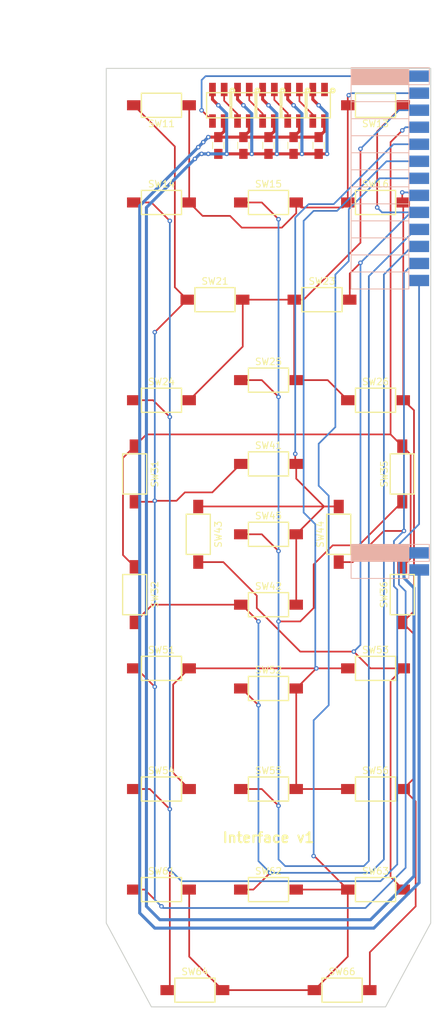
<source format=kicad_pcb>
(kicad_pcb (version 20171130) (host pcbnew "(5.0.1)-3")

  (general
    (thickness 1.6)
    (drawings 24)
    (tracks 370)
    (zones 0)
    (modules 51)
    (nets 20)
  )

  (page A4 portrait)
  (title_block
    (title "Interface v1")
  )

  (layers
    (0 F.Cu signal)
    (31 B.Cu signal)
    (34 B.Paste user)
    (35 F.Paste user)
    (36 B.SilkS user)
    (37 F.SilkS user)
    (38 B.Mask user)
    (39 F.Mask user)
    (41 Cmts.User user hide)
    (44 Edge.Cuts user)
    (45 Margin user)
    (46 B.CrtYd user hide)
    (47 F.CrtYd user)
    (48 B.Fab user hide)
    (49 F.Fab user)
  )

  (setup
    (last_trace_width 0.1524)
    (trace_clearance 0.1524)
    (zone_clearance 0.508)
    (zone_45_only no)
    (trace_min 0.1524)
    (segment_width 0.2)
    (edge_width 0.15)
    (via_size 0.6858)
    (via_drill 0.3302)
    (via_min_size 0.508)
    (via_min_drill 0.254)
    (uvia_size 0.508)
    (uvia_drill 0.254)
    (uvias_allowed no)
    (uvia_min_size 0.508)
    (uvia_min_drill 0.254)
    (pcb_text_width 0.3)
    (pcb_text_size 1.5 1.5)
    (mod_edge_width 0.15)
    (mod_text_size 1 1)
    (mod_text_width 0.15)
    (pad_size 1.524 1.524)
    (pad_drill 0.762)
    (pad_to_mask_clearance 0.0508)
    (solder_mask_min_width 0.25)
    (aux_axis_origin 0 0)
    (grid_origin 100 50)
    (visible_elements 7FFFFF7F)
    (pcbplotparams
      (layerselection 0x00030_80000001)
      (usegerberextensions false)
      (usegerberattributes false)
      (usegerberadvancedattributes false)
      (creategerberjobfile false)
      (excludeedgelayer true)
      (linewidth 0.100000)
      (plotframeref false)
      (viasonmask false)
      (mode 1)
      (useauxorigin false)
      (hpglpennumber 1)
      (hpglpenspeed 20)
      (hpglpendiameter 15.000000)
      (psnegative false)
      (psa4output false)
      (plotreference true)
      (plotvalue true)
      (plotinvisibletext false)
      (padsonsilk false)
      (subtractmaskfromsilk false)
      (outputformat 1)
      (mirror false)
      (drillshape 1)
      (scaleselection 1)
      (outputdirectory ""))
  )

  (net 0 "")
  (net 1 /GND)
  (net 2 /VLED)
  (net 3 /COL6)
  (net 4 /COL5)
  (net 5 /COL4)
  (net 6 /COL3)
  (net 7 /COL2)
  (net 8 /COL1)
  (net 9 /ROW6)
  (net 10 /ROW5)
  (net 11 /ROW4)
  (net 12 /ROW3)
  (net 13 /ROW2)
  (net 14 /ROW1)
  (net 15 /DIN1)
  (net 16 /DIN2)
  (net 17 /DIN3)
  (net 18 /DIN4)
  (net 19 /DIN5)

  (net_class Default "This is the default net class."
    (clearance 0.1524)
    (trace_width 0.1524)
    (via_dia 0.6858)
    (via_drill 0.3302)
    (uvia_dia 0.508)
    (uvia_drill 0.254)
  )

  (net_class Power ""
    (clearance 0.1524)
    (trace_width 0.4572)
    (via_dia 0.6858)
    (via_drill 0.3302)
    (uvia_dia 0.508)
    (uvia_drill 0.254)
    (add_net /GND)
    (add_net /VLED)
  )

  (net_class Signal ""
    (clearance 0.1524)
    (trace_width 0.254)
    (via_dia 0.6858)
    (via_drill 0.3302)
    (uvia_dia 0.508)
    (uvia_drill 0.254)
    (add_net /COL1)
    (add_net /COL2)
    (add_net /COL3)
    (add_net /COL4)
    (add_net /COL5)
    (add_net /COL6)
    (add_net /DIN1)
    (add_net /DIN2)
    (add_net /DIN3)
    (add_net /DIN4)
    (add_net /DIN5)
    (add_net /ROW1)
    (add_net /ROW2)
    (add_net /ROW3)
    (add_net /ROW4)
    (add_net /ROW5)
    (add_net /ROW6)
  )

  (module Mounting_Holes:MountingHole_2.2mm_M2 (layer F.Cu) (tedit 5DD41B85) (tstamp 5DD4A3FF)
    (at 91.5 70 90)
    (descr "Mounting Hole 2.2mm, no annular, M2")
    (tags "mounting hole 2.2mm no annular m2")
    (attr virtual)
    (fp_text reference REF** (at 0 -3.2 90) (layer F.SilkS) hide
      (effects (font (size 1 1) (thickness 0.15)))
    )
    (fp_text value MountingHole_2.2mm_M2 (at 0 3.2 90) (layer F.Fab) hide
      (effects (font (size 1 1) (thickness 0.15)))
    )
    (fp_circle (center 0 0) (end 2.45 0) (layer F.CrtYd) (width 0.05))
    (fp_circle (center 0 0) (end 2.2 0) (layer Cmts.User) (width 0.15))
    (fp_text user %R (at 0.3 0 90) (layer F.Fab) hide
      (effects (font (size 1 1) (thickness 0.15)))
    )
    (pad 1 np_thru_hole circle (at 0 0 90) (size 2.2 2.2) (drill 2.2) (layers *.Cu *.Mask))
  )

  (module Mounting_Holes:MountingHole_2.2mm_M2 (layer F.Cu) (tedit 5DD41B85) (tstamp 5DD4A40D)
    (at 108.5 70 90)
    (descr "Mounting Hole 2.2mm, no annular, M2")
    (tags "mounting hole 2.2mm no annular m2")
    (attr virtual)
    (fp_text reference REF** (at 0 -3.2 90) (layer F.SilkS) hide
      (effects (font (size 1 1) (thickness 0.15)))
    )
    (fp_text value MountingHole_2.2mm_M2 (at 0 3.2 90) (layer F.Fab) hide
      (effects (font (size 1 1) (thickness 0.15)))
    )
    (fp_text user %R (at 0.3 0 90) (layer F.Fab) hide
      (effects (font (size 1 1) (thickness 0.15)))
    )
    (fp_circle (center 0 0) (end 2.2 0) (layer Cmts.User) (width 0.15))
    (fp_circle (center 0 0) (end 2.45 0) (layer F.CrtYd) (width 0.05))
    (pad 1 np_thru_hole circle (at 0 0 90) (size 2.2 2.2) (drill 2.2) (layers *.Cu *.Mask))
  )

  (module Mounting_Holes:MountingHole_2.2mm_M2 (layer F.Cu) (tedit 5DD41B85) (tstamp 5DD4A4AA)
    (at 108 61.5 90)
    (descr "Mounting Hole 2.2mm, no annular, M2")
    (tags "mounting hole 2.2mm no annular m2")
    (attr virtual)
    (fp_text reference REF** (at 0 -3.2 90) (layer F.SilkS) hide
      (effects (font (size 1 1) (thickness 0.15)))
    )
    (fp_text value MountingHole_2.2mm_M2 (at 0 3.2 90) (layer F.Fab) hide
      (effects (font (size 1 1) (thickness 0.15)))
    )
    (fp_circle (center 0 0) (end 2.45 0) (layer F.CrtYd) (width 0.05))
    (fp_circle (center 0 0) (end 2.2 0) (layer Cmts.User) (width 0.15))
    (fp_text user %R (at 0.3 0 90) (layer F.Fab) hide
      (effects (font (size 1 1) (thickness 0.15)))
    )
    (pad 1 np_thru_hole circle (at 0 0 90) (size 2.2 2.2) (drill 2.2) (layers *.Cu *.Mask))
  )

  (module Mounting_Holes:MountingHole_2.2mm_M2 (layer F.Cu) (tedit 5DD41B85) (tstamp 5DD4A49C)
    (at 92 61.5 90)
    (descr "Mounting Hole 2.2mm, no annular, M2")
    (tags "mounting hole 2.2mm no annular m2")
    (attr virtual)
    (fp_text reference REF** (at 0 -3.2 90) (layer F.SilkS) hide
      (effects (font (size 1 1) (thickness 0.15)))
    )
    (fp_text value MountingHole_2.2mm_M2 (at 0 3.2 90) (layer F.Fab) hide
      (effects (font (size 1 1) (thickness 0.15)))
    )
    (fp_text user %R (at 0.3 0 90) (layer F.Fab) hide
      (effects (font (size 1 1) (thickness 0.15)))
    )
    (fp_circle (center 0 0) (end 2.2 0) (layer Cmts.User) (width 0.15))
    (fp_circle (center 0 0) (end 2.45 0) (layer F.CrtYd) (width 0.05))
    (pad 1 np_thru_hole circle (at 0 0 90) (size 2.2 2.2) (drill 2.2) (layers *.Cu *.Mask))
  )

  (module Mounting_Holes:MountingHole_2.2mm_M2 (layer F.Cu) (tedit 5DD41B85) (tstamp 5DD4A474)
    (at 100 177 90)
    (descr "Mounting Hole 2.2mm, no annular, M2")
    (tags "mounting hole 2.2mm no annular m2")
    (attr virtual)
    (fp_text reference REF** (at 0 -3.2 90) (layer F.SilkS) hide
      (effects (font (size 1 1) (thickness 0.15)))
    )
    (fp_text value MountingHole_2.2mm_M2 (at 0 3.2 90) (layer F.Fab) hide
      (effects (font (size 1 1) (thickness 0.15)))
    )
    (fp_text user %R (at 0.3 0 90) (layer F.Fab) hide
      (effects (font (size 1 1) (thickness 0.15)))
    )
    (fp_circle (center 0 0) (end 2.2 0) (layer Cmts.User) (width 0.15))
    (fp_circle (center 0 0) (end 2.45 0) (layer F.CrtYd) (width 0.05))
    (pad 1 np_thru_hole circle (at 0 0 90) (size 2.2 2.2) (drill 2.2) (layers *.Cu *.Mask))
  )

  (module Mounting_Holes:MountingHole_2.2mm_M2 (layer F.Cu) (tedit 5DD41B85) (tstamp 5DD4A466)
    (at 89.5 143.75 90)
    (descr "Mounting Hole 2.2mm, no annular, M2")
    (tags "mounting hole 2.2mm no annular m2")
    (attr virtual)
    (fp_text reference REF** (at 0 -3.2 90) (layer F.SilkS) hide
      (effects (font (size 1 1) (thickness 0.15)))
    )
    (fp_text value MountingHole_2.2mm_M2 (at 0 3.2 90) (layer F.Fab) hide
      (effects (font (size 1 1) (thickness 0.15)))
    )
    (fp_circle (center 0 0) (end 2.45 0) (layer F.CrtYd) (width 0.05))
    (fp_circle (center 0 0) (end 2.2 0) (layer Cmts.User) (width 0.15))
    (fp_text user %R (at 0.3 0 90) (layer F.Fab) hide
      (effects (font (size 1 1) (thickness 0.15)))
    )
    (pad 1 np_thru_hole circle (at 0 0 90) (size 2.2 2.2) (drill 2.2) (layers *.Cu *.Mask))
  )

  (module Mounting_Holes:MountingHole_2.2mm_M2 (layer F.Cu) (tedit 5DD41B85) (tstamp 5DD4A458)
    (at 110.5 143.75 90)
    (descr "Mounting Hole 2.2mm, no annular, M2")
    (tags "mounting hole 2.2mm no annular m2")
    (attr virtual)
    (fp_text reference REF** (at 0 -3.2 90) (layer F.SilkS) hide
      (effects (font (size 1 1) (thickness 0.15)))
    )
    (fp_text value MountingHole_2.2mm_M2 (at 0 3.2 90) (layer F.Fab) hide
      (effects (font (size 1 1) (thickness 0.15)))
    )
    (fp_text user %R (at 0.3 0 90) (layer F.Fab) hide
      (effects (font (size 1 1) (thickness 0.15)))
    )
    (fp_circle (center 0 0) (end 2.2 0) (layer Cmts.User) (width 0.15))
    (fp_circle (center 0 0) (end 2.45 0) (layer F.CrtYd) (width 0.05))
    (pad 1 np_thru_hole circle (at 0 0 90) (size 2.2 2.2) (drill 2.2) (layers *.Cu *.Mask))
  )

  (module Mounting_Holes:MountingHole_2.2mm_M2 (layer F.Cu) (tedit 5DD41B85) (tstamp 5DD4A44A)
    (at 110.5 103.5 90)
    (descr "Mounting Hole 2.2mm, no annular, M2")
    (tags "mounting hole 2.2mm no annular m2")
    (attr virtual)
    (fp_text reference REF** (at 0 -3.2 90) (layer F.SilkS) hide
      (effects (font (size 1 1) (thickness 0.15)))
    )
    (fp_text value MountingHole_2.2mm_M2 (at 0 3.2 90) (layer F.Fab) hide
      (effects (font (size 1 1) (thickness 0.15)))
    )
    (fp_circle (center 0 0) (end 2.45 0) (layer F.CrtYd) (width 0.05))
    (fp_circle (center 0 0) (end 2.2 0) (layer Cmts.User) (width 0.15))
    (fp_text user %R (at 0.3 0 90) (layer F.Fab) hide
      (effects (font (size 1 1) (thickness 0.15)))
    )
    (pad 1 np_thru_hole circle (at 0 0 90) (size 2.2 2.2) (drill 2.2) (layers *.Cu *.Mask))
  )

  (module Mounting_Holes:MountingHole_2.2mm_M2 (layer F.Cu) (tedit 5DD41B85) (tstamp 5DD4A43C)
    (at 89.5 103.5 90)
    (descr "Mounting Hole 2.2mm, no annular, M2")
    (tags "mounting hole 2.2mm no annular m2")
    (attr virtual)
    (fp_text reference REF** (at 0 -3.2 90) (layer F.SilkS) hide
      (effects (font (size 1 1) (thickness 0.15)))
    )
    (fp_text value MountingHole_2.2mm_M2 (at 0 3.2 90) (layer F.Fab) hide
      (effects (font (size 1 1) (thickness 0.15)))
    )
    (fp_text user %R (at 0.3 0 90) (layer F.Fab) hide
      (effects (font (size 1 1) (thickness 0.15)))
    )
    (fp_circle (center 0 0) (end 2.2 0) (layer Cmts.User) (width 0.15))
    (fp_circle (center 0 0) (end 2.45 0) (layer F.CrtYd) (width 0.05))
    (pad 1 np_thru_hole circle (at 0 0 90) (size 2.2 2.2) (drill 2.2) (layers *.Cu *.Mask))
  )

  (module my-switches:SMD_Tactile_Switch (layer F.Cu) (tedit 5DD41A83) (tstamp 5DD428B9)
    (at 84 64.5)
    (tags "SMD Tactile Switch")
    (path /5DD2B16C)
    (attr smd)
    (fp_text reference SW14 (at 0 -2.75) (layer F.SilkS)
      (effects (font (size 1 1) (thickness 0.15)))
    )
    (fp_text value SW_Push (at 0 2.85) (layer F.Fab) hide
      (effects (font (size 1 1) (thickness 0.15)))
    )
    (fp_circle (center 0 0) (end 5 0) (layer F.CrtYd) (width 0.12))
    (fp_line (start -3 1.8) (end -3 -1.8) (layer F.SilkS) (width 0.2))
    (fp_line (start 3 1.8) (end -3 1.8) (layer F.SilkS) (width 0.2))
    (fp_line (start 3 -1.8) (end 3 1.8) (layer F.SilkS) (width 0.2))
    (fp_line (start -3 -1.8) (end 3 -1.8) (layer F.SilkS) (width 0.2))
    (pad 2 smd rect (at 4.15 0) (size 2 1.5) (layers F.Cu F.Paste F.Mask)
      (net 14 /ROW1))
    (pad 1 smd rect (at -4.15 0) (size 2 1.5) (layers F.Cu F.Paste F.Mask)
      (net 5 /COL4))
  )

  (module my-switches:SMD_Tactile_Switch (layer F.Cu) (tedit 5DD41A83) (tstamp 5DD428A7)
    (at 84 50)
    (tags "SMD Tactile Switch")
    (path /5DD2A88C)
    (attr smd)
    (fp_text reference SW11 (at 0 2.75) (layer F.SilkS)
      (effects (font (size 1 1) (thickness 0.15)))
    )
    (fp_text value SW_Push (at 0 2.85) (layer F.Fab) hide
      (effects (font (size 1 1) (thickness 0.15)))
    )
    (fp_circle (center 0 0) (end 5 0) (layer F.CrtYd) (width 0.12))
    (fp_line (start -3 1.8) (end -3 -1.8) (layer F.SilkS) (width 0.2))
    (fp_line (start 3 1.8) (end -3 1.8) (layer F.SilkS) (width 0.2))
    (fp_line (start 3 -1.8) (end 3 1.8) (layer F.SilkS) (width 0.2))
    (fp_line (start -3 -1.8) (end 3 -1.8) (layer F.SilkS) (width 0.2))
    (pad 2 smd rect (at 4.15 0) (size 2 1.5) (layers F.Cu F.Paste F.Mask)
      (net 14 /ROW1))
    (pad 1 smd rect (at -4.15 0) (size 2 1.5) (layers F.Cu F.Paste F.Mask)
      (net 8 /COL1))
  )

  (module my-switches:SMD_Tactile_Switch (layer F.Cu) (tedit 5DD41A83) (tstamp 5DD428B0)
    (at 116 50 180)
    (tags "SMD Tactile Switch")
    (path /5DD2B066)
    (attr smd)
    (fp_text reference SW13 (at 0 -2.75 180) (layer F.SilkS)
      (effects (font (size 1 1) (thickness 0.15)))
    )
    (fp_text value SW_Push (at 0 2.85 180) (layer F.Fab) hide
      (effects (font (size 1 1) (thickness 0.15)))
    )
    (fp_circle (center 0 0) (end 5 0) (layer F.CrtYd) (width 0.12))
    (fp_line (start -3 1.8) (end -3 -1.8) (layer F.SilkS) (width 0.2))
    (fp_line (start 3 1.8) (end -3 1.8) (layer F.SilkS) (width 0.2))
    (fp_line (start 3 -1.8) (end 3 1.8) (layer F.SilkS) (width 0.2))
    (fp_line (start -3 -1.8) (end 3 -1.8) (layer F.SilkS) (width 0.2))
    (pad 2 smd rect (at 4.15 0 180) (size 2 1.5) (layers F.Cu F.Paste F.Mask)
      (net 14 /ROW1))
    (pad 1 smd rect (at -4.15 0 180) (size 2 1.5) (layers F.Cu F.Paste F.Mask)
      (net 6 /COL3))
  )

  (module my-smd:SMD_Right_Socket_Strip_Angled_1x13_Pitch2.54mm (layer B.Cu) (tedit 5DD41B68) (tstamp 5DD493F7)
    (at 122.51 45.656 180)
    (descr "SMD right angled socket strip, 1x13, 2.54mm pitch, 8.51mm socket length, single row")
    (tags "SMD right angled socket strip THT 1x13 2.54mm single row")
    (path /5DD9316A)
    (attr smd)
    (fp_text reference J1 (at 5.272 2.524 180) (layer B.SilkS) hide
      (effects (font (size 1 1) (thickness 0.15)) (justify mirror))
    )
    (fp_text value MCU (at 4.826 -33.274 180) (layer B.Fab) hide
      (effects (font (size 1 1) (thickness 0.15)) (justify mirror))
    )
    (fp_line (start 1.524 -1.27) (end -1.524 -1.27) (layer B.SilkS) (width 0.12))
    (fp_line (start -1.524 1.27) (end -1.524 -1.27) (layer B.SilkS) (width 0.12))
    (fp_line (start -1.524 1.27) (end 1.524 1.27) (layer B.SilkS) (width 0.12))
    (fp_poly (pts (xy 10.16 1.27) (xy 10.16 -1.27) (xy 1.524 -1.27) (xy 1.524 1.27)) (layer B.SilkS) (width 0.12))
    (fp_line (start 1.524 -1.27) (end 1.524 -3.81) (layer B.SilkS) (width 0.12))
    (fp_line (start 1.524 -3.81) (end 1.524 -6.35) (layer B.SilkS) (width 0.12))
    (fp_line (start 1.524 -6.35) (end 1.524 -8.89) (layer B.SilkS) (width 0.12))
    (fp_line (start 1.524 -8.89) (end 1.524 -11.43) (layer B.SilkS) (width 0.12))
    (fp_line (start 1.524 -11.43) (end 1.524 -13.97) (layer B.SilkS) (width 0.12))
    (fp_line (start 1.524 -13.97) (end 1.524 -16.51) (layer B.SilkS) (width 0.12))
    (fp_line (start 1.524 -16.51) (end 1.524 -19.05) (layer B.SilkS) (width 0.12))
    (fp_line (start 1.524 -19.05) (end 1.524 -21.59) (layer B.SilkS) (width 0.12))
    (fp_line (start 1.524 -21.59) (end 1.524 -24.13) (layer B.SilkS) (width 0.12))
    (fp_line (start 1.524 -24.13) (end 1.524 -26.67) (layer B.SilkS) (width 0.12))
    (fp_line (start 1.524 -26.67) (end 1.524 -29.21) (layer B.SilkS) (width 0.12))
    (fp_line (start 1.524 -29.21) (end 1.524 -31.75) (layer B.SilkS) (width 0.12))
    (fp_line (start 10.16 -29.21) (end 10.16 -31.75) (layer B.SilkS) (width 0.12))
    (fp_line (start 10.16 -26.67) (end 10.16 -29.21) (layer B.SilkS) (width 0.12))
    (fp_line (start 10.16 -24.13) (end 10.16 -26.67) (layer B.SilkS) (width 0.12))
    (fp_line (start 10.16 -21.59) (end 10.16 -24.13) (layer B.SilkS) (width 0.12))
    (fp_line (start 10.16 -19.05) (end 10.16 -21.59) (layer B.SilkS) (width 0.12))
    (fp_line (start 10.16 -16.51) (end 10.16 -19.05) (layer B.SilkS) (width 0.12))
    (fp_line (start 10.16 -13.97) (end 10.16 -16.51) (layer B.SilkS) (width 0.12))
    (fp_line (start 10.16 -11.43) (end 10.16 -13.97) (layer B.SilkS) (width 0.12))
    (fp_line (start 10.16 -8.89) (end 10.16 -11.43) (layer B.SilkS) (width 0.12))
    (fp_line (start 10.16 -6.35) (end 10.16 -8.89) (layer B.SilkS) (width 0.12))
    (fp_line (start 10.16 -3.81) (end 10.16 -6.35) (layer B.SilkS) (width 0.12))
    (fp_line (start 10.16 -1.27) (end 10.16 -3.81) (layer B.SilkS) (width 0.12))
    (fp_line (start 10.16 -31.75) (end 1.524 -31.75) (layer B.SilkS) (width 0.12))
    (fp_line (start 10.16 -29.21) (end 1.524 -29.21) (layer B.SilkS) (width 0.12))
    (fp_line (start 10.16 -26.67) (end 1.524 -26.67) (layer B.SilkS) (width 0.12))
    (fp_line (start 10.16 -24.13) (end 1.524 -24.13) (layer B.SilkS) (width 0.12))
    (fp_line (start 10.16 -21.59) (end 1.524 -21.59) (layer B.SilkS) (width 0.12))
    (fp_line (start 10.16 -19.05) (end 1.524 -19.05) (layer B.SilkS) (width 0.12))
    (fp_line (start 10.16 -16.51) (end 1.524 -16.51) (layer B.SilkS) (width 0.12))
    (fp_line (start 10.16 -13.97) (end 1.524 -13.97) (layer B.SilkS) (width 0.12))
    (fp_line (start 10.16 -11.43) (end 1.524 -11.43) (layer B.SilkS) (width 0.12))
    (fp_line (start 10.16 -8.89) (end 1.524 -8.89) (layer B.SilkS) (width 0.12))
    (fp_line (start 10.16 -6.35) (end 1.524 -6.35) (layer B.SilkS) (width 0.12))
    (fp_line (start 10.16 -3.81) (end 1.524 -3.81) (layer B.SilkS) (width 0.12))
    (fp_line (start 10.16 -1.27) (end 1.524 -1.27) (layer B.SilkS) (width 0.12))
    (fp_line (start -1.778 1.778) (end -1.778 -32.258) (layer B.CrtYd) (width 0.05))
    (fp_line (start 10.414 -32.258) (end -1.778 -32.258) (layer B.CrtYd) (width 0.05))
    (fp_line (start 10.414 -32.258) (end 10.414 1.778) (layer B.CrtYd) (width 0.05))
    (fp_line (start -1.778 1.778) (end 10.414 1.778) (layer B.CrtYd) (width 0.05))
    (fp_text user %R (at 5.272 2.524 180) (layer B.Fab) hide
      (effects (font (size 1 1) (thickness 0.15)) (justify mirror))
    )
    (pad 1 smd rect (at 0 0 180) (size 3 1.7) (layers B.Cu B.Paste B.Mask)
      (net 15 /DIN1))
    (pad 2 smd rect (at 0 -2.54 180) (size 3 1.7) (layers B.Cu B.Paste B.Mask)
      (net 14 /ROW1))
    (pad 3 smd rect (at 0 -5.08 180) (size 3 1.7) (layers B.Cu B.Paste B.Mask)
      (net 13 /ROW2))
    (pad 4 smd rect (at 0 -7.62 180) (size 3 1.7) (layers B.Cu B.Paste B.Mask)
      (net 12 /ROW3))
    (pad 5 smd rect (at 0 -10.16 180) (size 3 1.7) (layers B.Cu B.Paste B.Mask)
      (net 11 /ROW4))
    (pad 6 smd rect (at 0 -12.7 180) (size 3 1.7) (layers B.Cu B.Paste B.Mask)
      (net 10 /ROW5))
    (pad 7 smd rect (at 0 -15.24 180) (size 3 1.7) (layers B.Cu B.Paste B.Mask)
      (net 9 /ROW6))
    (pad 8 smd rect (at 0 -17.78 180) (size 3 1.7) (layers B.Cu B.Paste B.Mask)
      (net 3 /COL6))
    (pad 9 smd rect (at 0 -20.32 180) (size 3 1.7) (layers B.Cu B.Paste B.Mask)
      (net 6 /COL3))
    (pad 10 smd rect (at 0 -22.86 180) (size 3 1.7) (layers B.Cu B.Paste B.Mask)
      (net 4 /COL5))
    (pad 11 smd rect (at 0 -25.4 180) (size 3 1.7) (layers B.Cu B.Paste B.Mask)
      (net 7 /COL2))
    (pad 12 smd rect (at 0 -27.94 180) (size 3 1.7) (layers B.Cu B.Paste B.Mask)
      (net 5 /COL4))
    (pad 13 smd rect (at 0 -30.48 180) (size 3 1.7) (layers B.Cu B.Paste B.Mask)
      (net 8 /COL1))
    (model ${KISYS3DMOD}/Socket_Strips.3dshapes/Socket_Strip_Angled_1x13_Pitch2.54mm.wrl
      (offset (xyz 0 -15.23999977111816 0))
      (scale (xyz 1 1 1))
      (rotate (xyz 0 0 270))
    )
  )

  (module Capacitors_SMD:C_0805_HandSoldering (layer F.Cu) (tedit 5DD42052) (tstamp 5DD2D006)
    (at 107.5 56 270)
    (descr "Capacitor SMD 0805, hand soldering")
    (tags "capacitor 0805")
    (path /5DDABC90)
    (attr smd)
    (fp_text reference C5 (at 0 -1.75 270) (layer F.SilkS) hide
      (effects (font (size 1 1) (thickness 0.15)))
    )
    (fp_text value 1uF (at 0 1.75 270) (layer F.Fab) hide
      (effects (font (size 1 1) (thickness 0.15)))
    )
    (fp_text user %R (at 0 0 270) (layer F.Fab)
      (effects (font (size 0.4 0.4) (thickness 0.05)))
    )
    (fp_line (start -1 0.62) (end -1 -0.62) (layer F.Fab) (width 0.1))
    (fp_line (start 1 0.62) (end -1 0.62) (layer F.Fab) (width 0.1))
    (fp_line (start 1 -0.62) (end 1 0.62) (layer F.Fab) (width 0.1))
    (fp_line (start -1 -0.62) (end 1 -0.62) (layer F.Fab) (width 0.1))
    (fp_line (start 0.5 -0.85) (end -0.5 -0.85) (layer F.SilkS) (width 0.12))
    (fp_line (start -0.5 0.85) (end 0.5 0.85) (layer F.SilkS) (width 0.12))
    (fp_line (start -2.25 -0.88) (end 2.25 -0.88) (layer F.CrtYd) (width 0.05))
    (fp_line (start -2.25 -0.88) (end -2.25 0.87) (layer F.CrtYd) (width 0.05))
    (fp_line (start 2.25 0.87) (end 2.25 -0.88) (layer F.CrtYd) (width 0.05))
    (fp_line (start 2.25 0.87) (end -2.25 0.87) (layer F.CrtYd) (width 0.05))
    (pad 1 smd rect (at -1.25 0 270) (size 1.5 1.25) (layers F.Cu F.Paste F.Mask)
      (net 2 /VLED))
    (pad 2 smd rect (at 1.25 0 270) (size 1.5 1.25) (layers F.Cu F.Paste F.Mask)
      (net 1 /GND))
    (model Capacitors_SMD.3dshapes/C_0805.wrl
      (at (xyz 0 0 0))
      (scale (xyz 1 1 1))
      (rotate (xyz 0 0 0))
    )
  )

  (module my-smd:PLCC4_3.5x3.5mm_P1.75mm (layer F.Cu) (tedit 5DD2F1D6) (tstamp 5DD2F418)
    (at 100 50 270)
    (path /5DD9F6EF)
    (fp_text reference D3 (at 0.1 -3 270) (layer F.SilkS) hide
      (effects (font (size 1 1) (thickness 0.15)))
    )
    (fp_text value SK6812MINI (at 0 2.8 270) (layer F.Fab) hide
      (effects (font (size 1 1) (thickness 0.15)))
    )
    (fp_circle (center -2.2 -2.1) (end -2.058579 -2.1) (layer F.SilkS) (width 0.3))
    (fp_line (start -1.875 1.75) (end -1.875 -1.75) (layer F.SilkS) (width 0.2))
    (fp_line (start 1.875 1.75) (end -1.875 1.75) (layer F.SilkS) (width 0.2))
    (fp_line (start 1.875 -1.75) (end 1.875 1.75) (layer F.SilkS) (width 0.2))
    (fp_line (start -1.875 -1.75) (end 1.875 -1.75) (layer F.SilkS) (width 0.2))
    (pad 3 smd rect (at 2.35 0.875 270) (size 2 1) (layers F.Cu F.Paste F.Mask)
      (net 17 /DIN3))
    (pad 4 smd rect (at 2.35 -0.875 270) (size 2 1) (layers F.Cu F.Paste F.Mask)
      (net 2 /VLED))
    (pad 1 smd rect (at -2.35 -0.875 270) (size 2 1) (layers F.Cu F.Paste F.Mask)
      (net 18 /DIN4))
    (pad 2 smd rect (at -2.35 0.875 270) (size 2 1) (layers F.Cu F.Paste F.Mask)
      (net 1 /GND))
  )

  (module Capacitors_SMD:C_0805_HandSoldering (layer F.Cu) (tedit 5DD42070) (tstamp 5DD49873)
    (at 92.5 56 270)
    (descr "Capacitor SMD 0805, hand soldering")
    (tags "capacitor 0805")
    (path /5DD9EE44)
    (attr smd)
    (fp_text reference C1 (at 0 -1.75 270) (layer F.SilkS) hide
      (effects (font (size 1 1) (thickness 0.15)))
    )
    (fp_text value 1uF (at 0 1.75 270) (layer F.Fab) hide
      (effects (font (size 1 1) (thickness 0.15)))
    )
    (fp_text user %R (at 0 0 270) (layer F.Fab)
      (effects (font (size 0.4 0.4) (thickness 0.05)))
    )
    (fp_line (start -1 0.62) (end -1 -0.62) (layer F.Fab) (width 0.1))
    (fp_line (start 1 0.62) (end -1 0.62) (layer F.Fab) (width 0.1))
    (fp_line (start 1 -0.62) (end 1 0.62) (layer F.Fab) (width 0.1))
    (fp_line (start -1 -0.62) (end 1 -0.62) (layer F.Fab) (width 0.1))
    (fp_line (start 0.5 -0.85) (end -0.5 -0.85) (layer F.SilkS) (width 0.12))
    (fp_line (start -0.5 0.85) (end 0.5 0.85) (layer F.SilkS) (width 0.12))
    (fp_line (start -2.25 -0.88) (end 2.25 -0.88) (layer F.CrtYd) (width 0.05))
    (fp_line (start -2.25 -0.88) (end -2.25 0.87) (layer F.CrtYd) (width 0.05))
    (fp_line (start 2.25 0.87) (end 2.25 -0.88) (layer F.CrtYd) (width 0.05))
    (fp_line (start 2.25 0.87) (end -2.25 0.87) (layer F.CrtYd) (width 0.05))
    (pad 1 smd rect (at -1.25 0 270) (size 1.5 1.25) (layers F.Cu F.Paste F.Mask)
      (net 2 /VLED))
    (pad 2 smd rect (at 1.25 0 270) (size 1.5 1.25) (layers F.Cu F.Paste F.Mask)
      (net 1 /GND))
    (model Capacitors_SMD.3dshapes/C_0805.wrl
      (at (xyz 0 0 0))
      (scale (xyz 1 1 1))
      (rotate (xyz 0 0 0))
    )
  )

  (module Capacitors_SMD:C_0805_HandSoldering (layer F.Cu) (tedit 5DD4206A) (tstamp 5DD2CFD3)
    (at 96.25 56 270)
    (descr "Capacitor SMD 0805, hand soldering")
    (tags "capacitor 0805")
    (path /5DDABA8F)
    (attr smd)
    (fp_text reference C2 (at 0 -1.75 270) (layer F.SilkS) hide
      (effects (font (size 1 1) (thickness 0.15)))
    )
    (fp_text value 1uF (at 0 1.75 270) (layer F.Fab) hide
      (effects (font (size 1 1) (thickness 0.15)))
    )
    (fp_text user %R (at 0 -0.05 270) (layer F.Fab)
      (effects (font (size 0.4 0.4) (thickness 0.05)))
    )
    (fp_line (start -1 0.62) (end -1 -0.62) (layer F.Fab) (width 0.1))
    (fp_line (start 1 0.62) (end -1 0.62) (layer F.Fab) (width 0.1))
    (fp_line (start 1 -0.62) (end 1 0.62) (layer F.Fab) (width 0.1))
    (fp_line (start -1 -0.62) (end 1 -0.62) (layer F.Fab) (width 0.1))
    (fp_line (start 0.5 -0.85) (end -0.5 -0.85) (layer F.SilkS) (width 0.12))
    (fp_line (start -0.5 0.85) (end 0.5 0.85) (layer F.SilkS) (width 0.12))
    (fp_line (start -2.25 -0.88) (end 2.25 -0.88) (layer F.CrtYd) (width 0.05))
    (fp_line (start -2.25 -0.88) (end -2.25 0.87) (layer F.CrtYd) (width 0.05))
    (fp_line (start 2.25 0.87) (end 2.25 -0.88) (layer F.CrtYd) (width 0.05))
    (fp_line (start 2.25 0.87) (end -2.25 0.87) (layer F.CrtYd) (width 0.05))
    (pad 1 smd rect (at -1.25 0 270) (size 1.5 1.25) (layers F.Cu F.Paste F.Mask)
      (net 2 /VLED))
    (pad 2 smd rect (at 1.25 0 270) (size 1.5 1.25) (layers F.Cu F.Paste F.Mask)
      (net 1 /GND))
    (model Capacitors_SMD.3dshapes/C_0805.wrl
      (at (xyz 0 0 0))
      (scale (xyz 1 1 1))
      (rotate (xyz 0 0 0))
    )
  )

  (module Capacitors_SMD:C_0805_HandSoldering (layer F.Cu) (tedit 5DD42065) (tstamp 5DD2CFE4)
    (at 100 56 270)
    (descr "Capacitor SMD 0805, hand soldering")
    (tags "capacitor 0805")
    (path /5DDABB75)
    (attr smd)
    (fp_text reference C3 (at 0 -1.75 270) (layer F.SilkS) hide
      (effects (font (size 1 1) (thickness 0.15)))
    )
    (fp_text value 1uF (at 0 1.75 270) (layer F.Fab) hide
      (effects (font (size 1 1) (thickness 0.15)))
    )
    (fp_text user %R (at 0 0 270) (layer F.Fab)
      (effects (font (size 0.4 0.4) (thickness 0.05)))
    )
    (fp_line (start -1 0.62) (end -1 -0.62) (layer F.Fab) (width 0.1))
    (fp_line (start 1 0.62) (end -1 0.62) (layer F.Fab) (width 0.1))
    (fp_line (start 1 -0.62) (end 1 0.62) (layer F.Fab) (width 0.1))
    (fp_line (start -1 -0.62) (end 1 -0.62) (layer F.Fab) (width 0.1))
    (fp_line (start 0.5 -0.85) (end -0.5 -0.85) (layer F.SilkS) (width 0.12))
    (fp_line (start -0.5 0.85) (end 0.5 0.85) (layer F.SilkS) (width 0.12))
    (fp_line (start -2.25 -0.88) (end 2.25 -0.88) (layer F.CrtYd) (width 0.05))
    (fp_line (start -2.25 -0.88) (end -2.25 0.87) (layer F.CrtYd) (width 0.05))
    (fp_line (start 2.25 0.87) (end 2.25 -0.88) (layer F.CrtYd) (width 0.05))
    (fp_line (start 2.25 0.87) (end -2.25 0.87) (layer F.CrtYd) (width 0.05))
    (pad 1 smd rect (at -1.25 0 270) (size 1.5 1.25) (layers F.Cu F.Paste F.Mask)
      (net 2 /VLED))
    (pad 2 smd rect (at 1.25 0 270) (size 1.5 1.25) (layers F.Cu F.Paste F.Mask)
      (net 1 /GND))
    (model Capacitors_SMD.3dshapes/C_0805.wrl
      (at (xyz 0 0 0))
      (scale (xyz 1 1 1))
      (rotate (xyz 0 0 0))
    )
  )

  (module Capacitors_SMD:C_0805_HandSoldering (layer F.Cu) (tedit 5DD4205E) (tstamp 5DD3252C)
    (at 103.75 56 270)
    (descr "Capacitor SMD 0805, hand soldering")
    (tags "capacitor 0805")
    (path /5DDABAFF)
    (attr smd)
    (fp_text reference C4 (at 0 -1.75 270) (layer F.SilkS) hide
      (effects (font (size 1 1) (thickness 0.15)))
    )
    (fp_text value 1uF (at 0 1.75 270) (layer F.Fab) hide
      (effects (font (size 1 1) (thickness 0.15)))
    )
    (fp_text user %R (at 0 0 270) (layer F.Fab)
      (effects (font (size 0.4 0.4) (thickness 0.05)))
    )
    (fp_line (start -1 0.62) (end -1 -0.62) (layer F.Fab) (width 0.1))
    (fp_line (start 1 0.62) (end -1 0.62) (layer F.Fab) (width 0.1))
    (fp_line (start 1 -0.62) (end 1 0.62) (layer F.Fab) (width 0.1))
    (fp_line (start -1 -0.62) (end 1 -0.62) (layer F.Fab) (width 0.1))
    (fp_line (start 0.5 -0.85) (end -0.5 -0.85) (layer F.SilkS) (width 0.12))
    (fp_line (start -0.5 0.85) (end 0.5 0.85) (layer F.SilkS) (width 0.12))
    (fp_line (start -2.25 -0.88) (end 2.25 -0.88) (layer F.CrtYd) (width 0.05))
    (fp_line (start -2.25 -0.88) (end -2.25 0.87) (layer F.CrtYd) (width 0.05))
    (fp_line (start 2.25 0.87) (end 2.25 -0.88) (layer F.CrtYd) (width 0.05))
    (fp_line (start 2.25 0.87) (end -2.25 0.87) (layer F.CrtYd) (width 0.05))
    (pad 1 smd rect (at -1.25 0 270) (size 1.5 1.25) (layers F.Cu F.Paste F.Mask)
      (net 2 /VLED))
    (pad 2 smd rect (at 1.25 0 270) (size 1.5 1.25) (layers F.Cu F.Paste F.Mask)
      (net 1 /GND))
    (model Capacitors_SMD.3dshapes/C_0805.wrl
      (at (xyz 0 0 0))
      (scale (xyz 1 1 1))
      (rotate (xyz 0 0 0))
    )
  )

  (module my-smd:PLCC4_3.5x3.5mm_P1.75mm (layer F.Cu) (tedit 5DD2F1D6) (tstamp 5DD2F3FE)
    (at 92.5 50 270)
    (path /5DD9EB81)
    (fp_text reference D1 (at 0.1 -3 270) (layer F.SilkS) hide
      (effects (font (size 1 1) (thickness 0.15)))
    )
    (fp_text value SK6812MINI (at 0 2.8 270) (layer F.Fab) hide
      (effects (font (size 1 1) (thickness 0.15)))
    )
    (fp_circle (center -2.2 -2.1) (end -2.058579 -2.1) (layer F.SilkS) (width 0.3))
    (fp_line (start -1.875 1.75) (end -1.875 -1.75) (layer F.SilkS) (width 0.2))
    (fp_line (start 1.875 1.75) (end -1.875 1.75) (layer F.SilkS) (width 0.2))
    (fp_line (start 1.875 -1.75) (end 1.875 1.75) (layer F.SilkS) (width 0.2))
    (fp_line (start -1.875 -1.75) (end 1.875 -1.75) (layer F.SilkS) (width 0.2))
    (pad 3 smd rect (at 2.35 0.875 270) (size 2 1) (layers F.Cu F.Paste F.Mask)
      (net 15 /DIN1))
    (pad 4 smd rect (at 2.35 -0.875 270) (size 2 1) (layers F.Cu F.Paste F.Mask)
      (net 2 /VLED))
    (pad 1 smd rect (at -2.35 -0.875 270) (size 2 1) (layers F.Cu F.Paste F.Mask)
      (net 16 /DIN2))
    (pad 2 smd rect (at -2.35 0.875 270) (size 2 1) (layers F.Cu F.Paste F.Mask)
      (net 1 /GND))
  )

  (module my-smd:PLCC4_3.5x3.5mm_P1.75mm (layer F.Cu) (tedit 5DD2F1D6) (tstamp 5DD2F40B)
    (at 96.25 50 270)
    (path /5DD9F685)
    (fp_text reference D2 (at 0.1 -3 270) (layer F.SilkS) hide
      (effects (font (size 1 1) (thickness 0.15)))
    )
    (fp_text value SK6812MINI (at 0 2.8 270) (layer F.Fab) hide
      (effects (font (size 1 1) (thickness 0.15)))
    )
    (fp_circle (center -2.2 -2.1) (end -2.058579 -2.1) (layer F.SilkS) (width 0.3))
    (fp_line (start -1.875 1.75) (end -1.875 -1.75) (layer F.SilkS) (width 0.2))
    (fp_line (start 1.875 1.75) (end -1.875 1.75) (layer F.SilkS) (width 0.2))
    (fp_line (start 1.875 -1.75) (end 1.875 1.75) (layer F.SilkS) (width 0.2))
    (fp_line (start -1.875 -1.75) (end 1.875 -1.75) (layer F.SilkS) (width 0.2))
    (pad 3 smd rect (at 2.35 0.875 270) (size 2 1) (layers F.Cu F.Paste F.Mask)
      (net 16 /DIN2))
    (pad 4 smd rect (at 2.35 -0.875 270) (size 2 1) (layers F.Cu F.Paste F.Mask)
      (net 2 /VLED))
    (pad 1 smd rect (at -2.35 -0.875 270) (size 2 1) (layers F.Cu F.Paste F.Mask)
      (net 17 /DIN3))
    (pad 2 smd rect (at -2.35 0.875 270) (size 2 1) (layers F.Cu F.Paste F.Mask)
      (net 1 /GND))
  )

  (module my-smd:PLCC4_3.5x3.5mm_P1.75mm (layer F.Cu) (tedit 5DD2F1D6) (tstamp 5DD4978F)
    (at 103.75 50 270)
    (path /5DD9F808)
    (fp_text reference D4 (at 0.1 -3 270) (layer F.SilkS) hide
      (effects (font (size 1 1) (thickness 0.15)))
    )
    (fp_text value SK6812MINI (at 0 2.8 270) (layer F.Fab) hide
      (effects (font (size 1 1) (thickness 0.15)))
    )
    (fp_circle (center -2.2 -2.1) (end -2.058579 -2.1) (layer F.SilkS) (width 0.3))
    (fp_line (start -1.875 1.75) (end -1.875 -1.75) (layer F.SilkS) (width 0.2))
    (fp_line (start 1.875 1.75) (end -1.875 1.75) (layer F.SilkS) (width 0.2))
    (fp_line (start 1.875 -1.75) (end 1.875 1.75) (layer F.SilkS) (width 0.2))
    (fp_line (start -1.875 -1.75) (end 1.875 -1.75) (layer F.SilkS) (width 0.2))
    (pad 3 smd rect (at 2.35 0.875 270) (size 2 1) (layers F.Cu F.Paste F.Mask)
      (net 18 /DIN4))
    (pad 4 smd rect (at 2.35 -0.875 270) (size 2 1) (layers F.Cu F.Paste F.Mask)
      (net 2 /VLED))
    (pad 1 smd rect (at -2.35 -0.875 270) (size 2 1) (layers F.Cu F.Paste F.Mask)
      (net 19 /DIN5))
    (pad 2 smd rect (at -2.35 0.875 270) (size 2 1) (layers F.Cu F.Paste F.Mask)
      (net 1 /GND))
  )

  (module my-smd:PLCC4_3.5x3.5mm_P1.75mm (layer F.Cu) (tedit 5DD2F1D6) (tstamp 5DD2F432)
    (at 107.5 50 270)
    (path /5DD9F927)
    (fp_text reference D5 (at 0.1 -3 270) (layer F.SilkS) hide
      (effects (font (size 1 1) (thickness 0.15)))
    )
    (fp_text value SK6812MINI (at 0 2.8 270) (layer F.Fab) hide
      (effects (font (size 1 1) (thickness 0.15)))
    )
    (fp_circle (center -2.2 -2.1) (end -2.058579 -2.1) (layer F.SilkS) (width 0.3))
    (fp_line (start -1.875 1.75) (end -1.875 -1.75) (layer F.SilkS) (width 0.2))
    (fp_line (start 1.875 1.75) (end -1.875 1.75) (layer F.SilkS) (width 0.2))
    (fp_line (start 1.875 -1.75) (end 1.875 1.75) (layer F.SilkS) (width 0.2))
    (fp_line (start -1.875 -1.75) (end 1.875 -1.75) (layer F.SilkS) (width 0.2))
    (pad 3 smd rect (at 2.35 0.875 270) (size 2 1) (layers F.Cu F.Paste F.Mask)
      (net 19 /DIN5))
    (pad 4 smd rect (at 2.35 -0.875 270) (size 2 1) (layers F.Cu F.Paste F.Mask)
      (net 2 /VLED))
    (pad 1 smd rect (at -2.35 -0.875 270) (size 2 1) (layers F.Cu F.Paste F.Mask))
    (pad 2 smd rect (at -2.35 0.875 270) (size 2 1) (layers F.Cu F.Paste F.Mask)
      (net 1 /GND))
  )

  (module my-switches:SMD_Tactile_Switch (layer F.Cu) (tedit 5DD41A83) (tstamp 5DD428C2)
    (at 100 64.5)
    (tags "SMD Tactile Switch")
    (path /5DD2B270)
    (attr smd)
    (fp_text reference SW15 (at 0 -2.75) (layer F.SilkS)
      (effects (font (size 1 1) (thickness 0.15)))
    )
    (fp_text value SW_Push (at 0 2.85) (layer F.Fab) hide
      (effects (font (size 1 1) (thickness 0.15)))
    )
    (fp_circle (center 0 0) (end 5 0) (layer F.CrtYd) (width 0.12))
    (fp_line (start -3 1.8) (end -3 -1.8) (layer F.SilkS) (width 0.2))
    (fp_line (start 3 1.8) (end -3 1.8) (layer F.SilkS) (width 0.2))
    (fp_line (start 3 -1.8) (end 3 1.8) (layer F.SilkS) (width 0.2))
    (fp_line (start -3 -1.8) (end 3 -1.8) (layer F.SilkS) (width 0.2))
    (pad 2 smd rect (at 4.15 0) (size 2 1.5) (layers F.Cu F.Paste F.Mask)
      (net 14 /ROW1))
    (pad 1 smd rect (at -4.15 0) (size 2 1.5) (layers F.Cu F.Paste F.Mask)
      (net 4 /COL5))
  )

  (module my-switches:SMD_Tactile_Switch (layer F.Cu) (tedit 5DD41A83) (tstamp 5DD428CB)
    (at 116 64.5 180)
    (tags "SMD Tactile Switch")
    (path /5DD2B356)
    (attr smd)
    (fp_text reference SW16 (at 0 2.75 180) (layer F.SilkS)
      (effects (font (size 1 1) (thickness 0.15)))
    )
    (fp_text value SW_Push (at 0 2.85 180) (layer F.Fab) hide
      (effects (font (size 1 1) (thickness 0.15)))
    )
    (fp_circle (center 0 0) (end 5 0) (layer F.CrtYd) (width 0.12))
    (fp_line (start -3 1.8) (end -3 -1.8) (layer F.SilkS) (width 0.2))
    (fp_line (start 3 1.8) (end -3 1.8) (layer F.SilkS) (width 0.2))
    (fp_line (start 3 -1.8) (end 3 1.8) (layer F.SilkS) (width 0.2))
    (fp_line (start -3 -1.8) (end 3 -1.8) (layer F.SilkS) (width 0.2))
    (pad 2 smd rect (at 4.15 0 180) (size 2 1.5) (layers F.Cu F.Paste F.Mask)
      (net 14 /ROW1))
    (pad 1 smd rect (at -4.15 0 180) (size 2 1.5) (layers F.Cu F.Paste F.Mask)
      (net 3 /COL6))
  )

  (module my-switches:SMD_Tactile_Switch (layer F.Cu) (tedit 5DD41A83) (tstamp 5DD428D4)
    (at 92 79)
    (tags "SMD Tactile Switch")
    (path /5DD2AB64)
    (attr smd)
    (fp_text reference SW21 (at 0 -2.75) (layer F.SilkS)
      (effects (font (size 1 1) (thickness 0.15)))
    )
    (fp_text value SW_Push (at 0 2.85) (layer F.Fab) hide
      (effects (font (size 1 1) (thickness 0.15)))
    )
    (fp_circle (center 0 0) (end 5 0) (layer F.CrtYd) (width 0.12))
    (fp_line (start -3 1.8) (end -3 -1.8) (layer F.SilkS) (width 0.2))
    (fp_line (start 3 1.8) (end -3 1.8) (layer F.SilkS) (width 0.2))
    (fp_line (start 3 -1.8) (end 3 1.8) (layer F.SilkS) (width 0.2))
    (fp_line (start -3 -1.8) (end 3 -1.8) (layer F.SilkS) (width 0.2))
    (pad 2 smd rect (at 4.15 0) (size 2 1.5) (layers F.Cu F.Paste F.Mask)
      (net 13 /ROW2))
    (pad 1 smd rect (at -4.15 0) (size 2 1.5) (layers F.Cu F.Paste F.Mask)
      (net 8 /COL1))
  )

  (module my-switches:SMD_Tactile_Switch (layer F.Cu) (tedit 5DD41A83) (tstamp 5DD428DD)
    (at 108 79 180)
    (tags "SMD Tactile Switch")
    (path /5DD2B06D)
    (attr smd)
    (fp_text reference SW23 (at 0 2.75 180) (layer F.SilkS)
      (effects (font (size 1 1) (thickness 0.15)))
    )
    (fp_text value SW_Push (at 0 2.85 180) (layer F.Fab) hide
      (effects (font (size 1 1) (thickness 0.15)))
    )
    (fp_circle (center 0 0) (end 5 0) (layer F.CrtYd) (width 0.12))
    (fp_line (start -3 1.8) (end -3 -1.8) (layer F.SilkS) (width 0.2))
    (fp_line (start 3 1.8) (end -3 1.8) (layer F.SilkS) (width 0.2))
    (fp_line (start 3 -1.8) (end 3 1.8) (layer F.SilkS) (width 0.2))
    (fp_line (start -3 -1.8) (end 3 -1.8) (layer F.SilkS) (width 0.2))
    (pad 2 smd rect (at 4.15 0 180) (size 2 1.5) (layers F.Cu F.Paste F.Mask)
      (net 13 /ROW2))
    (pad 1 smd rect (at -4.15 0 180) (size 2 1.5) (layers F.Cu F.Paste F.Mask)
      (net 6 /COL3))
  )

  (module my-switches:SMD_Tactile_Switch (layer F.Cu) (tedit 5DD41A83) (tstamp 5DD428E6)
    (at 84 94)
    (tags "SMD Tactile Switch")
    (path /5DD2B173)
    (attr smd)
    (fp_text reference SW24 (at 0 -2.75) (layer F.SilkS)
      (effects (font (size 1 1) (thickness 0.15)))
    )
    (fp_text value SW_Push (at 0 2.85) (layer F.Fab) hide
      (effects (font (size 1 1) (thickness 0.15)))
    )
    (fp_circle (center 0 0) (end 5 0) (layer F.CrtYd) (width 0.12))
    (fp_line (start -3 1.8) (end -3 -1.8) (layer F.SilkS) (width 0.2))
    (fp_line (start 3 1.8) (end -3 1.8) (layer F.SilkS) (width 0.2))
    (fp_line (start 3 -1.8) (end 3 1.8) (layer F.SilkS) (width 0.2))
    (fp_line (start -3 -1.8) (end 3 -1.8) (layer F.SilkS) (width 0.2))
    (pad 2 smd rect (at 4.15 0) (size 2 1.5) (layers F.Cu F.Paste F.Mask)
      (net 13 /ROW2))
    (pad 1 smd rect (at -4.15 0) (size 2 1.5) (layers F.Cu F.Paste F.Mask)
      (net 5 /COL4))
  )

  (module my-switches:SMD_Tactile_Switch (layer F.Cu) (tedit 5DD41A83) (tstamp 5DD428EF)
    (at 100 91)
    (tags "SMD Tactile Switch")
    (path /5DD2B277)
    (attr smd)
    (fp_text reference SW25 (at 0 -2.75) (layer F.SilkS)
      (effects (font (size 1 1) (thickness 0.15)))
    )
    (fp_text value SW_Push (at 0 2.85) (layer F.Fab) hide
      (effects (font (size 1 1) (thickness 0.15)))
    )
    (fp_circle (center 0 0) (end 5 0) (layer F.CrtYd) (width 0.12))
    (fp_line (start -3 1.8) (end -3 -1.8) (layer F.SilkS) (width 0.2))
    (fp_line (start 3 1.8) (end -3 1.8) (layer F.SilkS) (width 0.2))
    (fp_line (start 3 -1.8) (end 3 1.8) (layer F.SilkS) (width 0.2))
    (fp_line (start -3 -1.8) (end 3 -1.8) (layer F.SilkS) (width 0.2))
    (pad 2 smd rect (at 4.15 0) (size 2 1.5) (layers F.Cu F.Paste F.Mask)
      (net 13 /ROW2))
    (pad 1 smd rect (at -4.15 0) (size 2 1.5) (layers F.Cu F.Paste F.Mask)
      (net 4 /COL5))
  )

  (module my-switches:SMD_Tactile_Switch (layer F.Cu) (tedit 5DD41A83) (tstamp 5DD428F8)
    (at 116 94 180)
    (tags "SMD Tactile Switch")
    (path /5DD2B35D)
    (attr smd)
    (fp_text reference SW26 (at 0 2.75 180) (layer F.SilkS)
      (effects (font (size 1 1) (thickness 0.15)))
    )
    (fp_text value SW_Push (at 0 2.85 180) (layer F.Fab) hide
      (effects (font (size 1 1) (thickness 0.15)))
    )
    (fp_circle (center 0 0) (end 5 0) (layer F.CrtYd) (width 0.12))
    (fp_line (start -3 1.8) (end -3 -1.8) (layer F.SilkS) (width 0.2))
    (fp_line (start 3 1.8) (end -3 1.8) (layer F.SilkS) (width 0.2))
    (fp_line (start 3 -1.8) (end 3 1.8) (layer F.SilkS) (width 0.2))
    (fp_line (start -3 -1.8) (end 3 -1.8) (layer F.SilkS) (width 0.2))
    (pad 2 smd rect (at 4.15 0 180) (size 2 1.5) (layers F.Cu F.Paste F.Mask)
      (net 13 /ROW2))
    (pad 1 smd rect (at -4.15 0 180) (size 2 1.5) (layers F.Cu F.Paste F.Mask)
      (net 3 /COL6))
  )

  (module my-switches:SMD_Tactile_Switch (layer F.Cu) (tedit 5DD41A83) (tstamp 5DD42901)
    (at 80 105 90)
    (tags "SMD Tactile Switch")
    (path /5DD2AB90)
    (attr smd)
    (fp_text reference SW31 (at 0 3 90) (layer F.SilkS)
      (effects (font (size 1 1) (thickness 0.15)))
    )
    (fp_text value SW_Push (at 0 2.85 90) (layer F.Fab) hide
      (effects (font (size 1 1) (thickness 0.15)))
    )
    (fp_circle (center 0 0) (end 5 0) (layer F.CrtYd) (width 0.12))
    (fp_line (start -3 1.8) (end -3 -1.8) (layer F.SilkS) (width 0.2))
    (fp_line (start 3 1.8) (end -3 1.8) (layer F.SilkS) (width 0.2))
    (fp_line (start 3 -1.8) (end 3 1.8) (layer F.SilkS) (width 0.2))
    (fp_line (start -3 -1.8) (end 3 -1.8) (layer F.SilkS) (width 0.2))
    (pad 2 smd rect (at 4.15 0 90) (size 2 1.5) (layers F.Cu F.Paste F.Mask)
      (net 12 /ROW3))
    (pad 1 smd rect (at -4.15 0 90) (size 2 1.5) (layers F.Cu F.Paste F.Mask)
      (net 8 /COL1))
  )

  (module my-switches:SMD_Tactile_Switch (layer F.Cu) (tedit 5DD41A83) (tstamp 5DD4290A)
    (at 80 123 90)
    (tags "SMD Tactile Switch")
    (path /5DD2AF8C)
    (attr smd)
    (fp_text reference SW32 (at 0 3 90) (layer F.SilkS)
      (effects (font (size 1 1) (thickness 0.15)))
    )
    (fp_text value SW_Push (at 0 2.85 90) (layer F.Fab) hide
      (effects (font (size 1 1) (thickness 0.15)))
    )
    (fp_circle (center 0 0) (end 5 0) (layer F.CrtYd) (width 0.12))
    (fp_line (start -3 1.8) (end -3 -1.8) (layer F.SilkS) (width 0.2))
    (fp_line (start 3 1.8) (end -3 1.8) (layer F.SilkS) (width 0.2))
    (fp_line (start 3 -1.8) (end 3 1.8) (layer F.SilkS) (width 0.2))
    (fp_line (start -3 -1.8) (end 3 -1.8) (layer F.SilkS) (width 0.2))
    (pad 2 smd rect (at 4.15 0 90) (size 2 1.5) (layers F.Cu F.Paste F.Mask)
      (net 12 /ROW3))
    (pad 1 smd rect (at -4.15 0 90) (size 2 1.5) (layers F.Cu F.Paste F.Mask)
      (net 7 /COL2))
  )

  (module my-switches:SMD_Tactile_Switch (layer F.Cu) (tedit 5DD41A83) (tstamp 5DD42913)
    (at 120 105 90)
    (tags "SMD Tactile Switch")
    (path /5DD2B27E)
    (attr smd)
    (fp_text reference SW35 (at 0 -2.7 90) (layer F.SilkS)
      (effects (font (size 1 1) (thickness 0.15)))
    )
    (fp_text value SW_Push (at 0 2.85 90) (layer F.Fab) hide
      (effects (font (size 1 1) (thickness 0.15)))
    )
    (fp_circle (center 0 0) (end 5 0) (layer F.CrtYd) (width 0.12))
    (fp_line (start -3 1.8) (end -3 -1.8) (layer F.SilkS) (width 0.2))
    (fp_line (start 3 1.8) (end -3 1.8) (layer F.SilkS) (width 0.2))
    (fp_line (start 3 -1.8) (end 3 1.8) (layer F.SilkS) (width 0.2))
    (fp_line (start -3 -1.8) (end 3 -1.8) (layer F.SilkS) (width 0.2))
    (pad 2 smd rect (at 4.15 0 90) (size 2 1.5) (layers F.Cu F.Paste F.Mask)
      (net 12 /ROW3))
    (pad 1 smd rect (at -4.15 0 90) (size 2 1.5) (layers F.Cu F.Paste F.Mask)
      (net 4 /COL5))
  )

  (module my-switches:SMD_Tactile_Switch (layer F.Cu) (tedit 5DD41A83) (tstamp 5DD4291C)
    (at 120 123 90)
    (tags "SMD Tactile Switch")
    (path /5DD2B364)
    (attr smd)
    (fp_text reference SW36 (at 0 -2.75 90) (layer F.SilkS)
      (effects (font (size 1 1) (thickness 0.15)))
    )
    (fp_text value SW_Push (at 0 2.85 90) (layer F.Fab) hide
      (effects (font (size 1 1) (thickness 0.15)))
    )
    (fp_circle (center 0 0) (end 5 0) (layer F.CrtYd) (width 0.12))
    (fp_line (start -3 1.8) (end -3 -1.8) (layer F.SilkS) (width 0.2))
    (fp_line (start 3 1.8) (end -3 1.8) (layer F.SilkS) (width 0.2))
    (fp_line (start 3 -1.8) (end 3 1.8) (layer F.SilkS) (width 0.2))
    (fp_line (start -3 -1.8) (end 3 -1.8) (layer F.SilkS) (width 0.2))
    (pad 2 smd rect (at 4.15 0 90) (size 2 1.5) (layers F.Cu F.Paste F.Mask)
      (net 12 /ROW3))
    (pad 1 smd rect (at -4.15 0 90) (size 2 1.5) (layers F.Cu F.Paste F.Mask)
      (net 3 /COL6))
  )

  (module my-switches:SMD_Tactile_Switch (layer F.Cu) (tedit 5DD41A83) (tstamp 5DD42925)
    (at 100 103.5)
    (tags "SMD Tactile Switch")
    (path /5DD2ABB4)
    (attr smd)
    (fp_text reference SW41 (at 0 -2.75) (layer F.SilkS)
      (effects (font (size 1 1) (thickness 0.15)))
    )
    (fp_text value SW_Push (at 0 2.85) (layer F.Fab) hide
      (effects (font (size 1 1) (thickness 0.15)))
    )
    (fp_circle (center 0 0) (end 5 0) (layer F.CrtYd) (width 0.12))
    (fp_line (start -3 1.8) (end -3 -1.8) (layer F.SilkS) (width 0.2))
    (fp_line (start 3 1.8) (end -3 1.8) (layer F.SilkS) (width 0.2))
    (fp_line (start 3 -1.8) (end 3 1.8) (layer F.SilkS) (width 0.2))
    (fp_line (start -3 -1.8) (end 3 -1.8) (layer F.SilkS) (width 0.2))
    (pad 2 smd rect (at 4.15 0) (size 2 1.5) (layers F.Cu F.Paste F.Mask)
      (net 11 /ROW4))
    (pad 1 smd rect (at -4.15 0) (size 2 1.5) (layers F.Cu F.Paste F.Mask)
      (net 8 /COL1))
  )

  (module my-switches:SMD_Tactile_Switch (layer F.Cu) (tedit 5DD41A83) (tstamp 5DD4292E)
    (at 100 124.5)
    (tags "SMD Tactile Switch")
    (path /5DD2AF93)
    (attr smd)
    (fp_text reference SW42 (at 0 -2.75) (layer F.SilkS)
      (effects (font (size 1 1) (thickness 0.15)))
    )
    (fp_text value SW_Push (at 0 2.85) (layer F.Fab) hide
      (effects (font (size 1 1) (thickness 0.15)))
    )
    (fp_circle (center 0 0) (end 5 0) (layer F.CrtYd) (width 0.12))
    (fp_line (start -3 1.8) (end -3 -1.8) (layer F.SilkS) (width 0.2))
    (fp_line (start 3 1.8) (end -3 1.8) (layer F.SilkS) (width 0.2))
    (fp_line (start 3 -1.8) (end 3 1.8) (layer F.SilkS) (width 0.2))
    (fp_line (start -3 -1.8) (end 3 -1.8) (layer F.SilkS) (width 0.2))
    (pad 2 smd rect (at 4.15 0) (size 2 1.5) (layers F.Cu F.Paste F.Mask)
      (net 11 /ROW4))
    (pad 1 smd rect (at -4.15 0) (size 2 1.5) (layers F.Cu F.Paste F.Mask)
      (net 7 /COL2))
  )

  (module my-switches:SMD_Tactile_Switch (layer F.Cu) (tedit 5DD41A83) (tstamp 5DD42937)
    (at 89.5 114 90)
    (tags "SMD Tactile Switch")
    (path /5DD2B07B)
    (attr smd)
    (fp_text reference SW43 (at 0 3 90) (layer F.SilkS)
      (effects (font (size 1 1) (thickness 0.15)))
    )
    (fp_text value SW_Push (at 0 2.85 90) (layer F.Fab) hide
      (effects (font (size 1 1) (thickness 0.15)))
    )
    (fp_circle (center 0 0) (end 5 0) (layer F.CrtYd) (width 0.12))
    (fp_line (start -3 1.8) (end -3 -1.8) (layer F.SilkS) (width 0.2))
    (fp_line (start 3 1.8) (end -3 1.8) (layer F.SilkS) (width 0.2))
    (fp_line (start 3 -1.8) (end 3 1.8) (layer F.SilkS) (width 0.2))
    (fp_line (start -3 -1.8) (end 3 -1.8) (layer F.SilkS) (width 0.2))
    (pad 2 smd rect (at 4.15 0 90) (size 2 1.5) (layers F.Cu F.Paste F.Mask)
      (net 11 /ROW4))
    (pad 1 smd rect (at -4.15 0 90) (size 2 1.5) (layers F.Cu F.Paste F.Mask)
      (net 6 /COL3))
  )

  (module my-switches:SMD_Tactile_Switch (layer F.Cu) (tedit 5DD41A83) (tstamp 5DD42940)
    (at 110.5 114 90)
    (tags "SMD Tactile Switch")
    (path /5DD2B181)
    (attr smd)
    (fp_text reference SW44 (at 0 -2.75 90) (layer F.SilkS)
      (effects (font (size 1 1) (thickness 0.15)))
    )
    (fp_text value SW_Push (at 0 2.85 90) (layer F.Fab) hide
      (effects (font (size 1 1) (thickness 0.15)))
    )
    (fp_circle (center 0 0) (end 5 0) (layer F.CrtYd) (width 0.12))
    (fp_line (start -3 1.8) (end -3 -1.8) (layer F.SilkS) (width 0.2))
    (fp_line (start 3 1.8) (end -3 1.8) (layer F.SilkS) (width 0.2))
    (fp_line (start 3 -1.8) (end 3 1.8) (layer F.SilkS) (width 0.2))
    (fp_line (start -3 -1.8) (end 3 -1.8) (layer F.SilkS) (width 0.2))
    (pad 2 smd rect (at 4.15 0 90) (size 2 1.5) (layers F.Cu F.Paste F.Mask)
      (net 11 /ROW4))
    (pad 1 smd rect (at -4.15 0 90) (size 2 1.5) (layers F.Cu F.Paste F.Mask)
      (net 5 /COL4))
  )

  (module my-switches:SMD_Tactile_Switch (layer F.Cu) (tedit 5DD41A83) (tstamp 5DD42949)
    (at 100 114)
    (tags "SMD Tactile Switch")
    (path /5DD2B285)
    (attr smd)
    (fp_text reference SW45 (at 0 -2.75) (layer F.SilkS)
      (effects (font (size 1 1) (thickness 0.15)))
    )
    (fp_text value SW_Push (at 0 2.85) (layer F.Fab) hide
      (effects (font (size 1 1) (thickness 0.15)))
    )
    (fp_circle (center 0 0) (end 5 0) (layer F.CrtYd) (width 0.12))
    (fp_line (start -3 1.8) (end -3 -1.8) (layer F.SilkS) (width 0.2))
    (fp_line (start 3 1.8) (end -3 1.8) (layer F.SilkS) (width 0.2))
    (fp_line (start 3 -1.8) (end 3 1.8) (layer F.SilkS) (width 0.2))
    (fp_line (start -3 -1.8) (end 3 -1.8) (layer F.SilkS) (width 0.2))
    (pad 2 smd rect (at 4.15 0) (size 2 1.5) (layers F.Cu F.Paste F.Mask)
      (net 11 /ROW4))
    (pad 1 smd rect (at -4.15 0) (size 2 1.5) (layers F.Cu F.Paste F.Mask)
      (net 4 /COL5))
  )

  (module my-switches:SMD_Tactile_Switch (layer F.Cu) (tedit 5DD41A83) (tstamp 5DD42952)
    (at 84 134)
    (tags "SMD Tactile Switch")
    (path /5DD2AC22)
    (attr smd)
    (fp_text reference SW51 (at 0 -2.75) (layer F.SilkS)
      (effects (font (size 1 1) (thickness 0.15)))
    )
    (fp_text value SW_Push (at 0 2.85) (layer F.Fab) hide
      (effects (font (size 1 1) (thickness 0.15)))
    )
    (fp_circle (center 0 0) (end 5 0) (layer F.CrtYd) (width 0.12))
    (fp_line (start -3 1.8) (end -3 -1.8) (layer F.SilkS) (width 0.2))
    (fp_line (start 3 1.8) (end -3 1.8) (layer F.SilkS) (width 0.2))
    (fp_line (start 3 -1.8) (end 3 1.8) (layer F.SilkS) (width 0.2))
    (fp_line (start -3 -1.8) (end 3 -1.8) (layer F.SilkS) (width 0.2))
    (pad 2 smd rect (at 4.15 0) (size 2 1.5) (layers F.Cu F.Paste F.Mask)
      (net 10 /ROW5))
    (pad 1 smd rect (at -4.15 0) (size 2 1.5) (layers F.Cu F.Paste F.Mask)
      (net 8 /COL1))
  )

  (module my-switches:SMD_Tactile_Switch (layer F.Cu) (tedit 5DD41A83) (tstamp 5DD4295B)
    (at 100 137)
    (tags "SMD Tactile Switch")
    (path /5DD2AF9A)
    (attr smd)
    (fp_text reference SW52 (at 0 -2.75) (layer F.SilkS)
      (effects (font (size 1 1) (thickness 0.15)))
    )
    (fp_text value SW_Push (at 0 2.85) (layer F.Fab) hide
      (effects (font (size 1 1) (thickness 0.15)))
    )
    (fp_circle (center 0 0) (end 5 0) (layer F.CrtYd) (width 0.12))
    (fp_line (start -3 1.8) (end -3 -1.8) (layer F.SilkS) (width 0.2))
    (fp_line (start 3 1.8) (end -3 1.8) (layer F.SilkS) (width 0.2))
    (fp_line (start 3 -1.8) (end 3 1.8) (layer F.SilkS) (width 0.2))
    (fp_line (start -3 -1.8) (end 3 -1.8) (layer F.SilkS) (width 0.2))
    (pad 2 smd rect (at 4.15 0) (size 2 1.5) (layers F.Cu F.Paste F.Mask)
      (net 10 /ROW5))
    (pad 1 smd rect (at -4.15 0) (size 2 1.5) (layers F.Cu F.Paste F.Mask)
      (net 7 /COL2))
  )

  (module my-switches:SMD_Tactile_Switch (layer F.Cu) (tedit 5DD41A83) (tstamp 5DD42964)
    (at 116 134 180)
    (tags "SMD Tactile Switch")
    (path /5DD2B082)
    (attr smd)
    (fp_text reference SW53 (at 0 2.75 180) (layer F.SilkS)
      (effects (font (size 1 1) (thickness 0.15)))
    )
    (fp_text value SW_Push (at 0 2.85 180) (layer F.Fab) hide
      (effects (font (size 1 1) (thickness 0.15)))
    )
    (fp_circle (center 0 0) (end 5 0) (layer F.CrtYd) (width 0.12))
    (fp_line (start -3 1.8) (end -3 -1.8) (layer F.SilkS) (width 0.2))
    (fp_line (start 3 1.8) (end -3 1.8) (layer F.SilkS) (width 0.2))
    (fp_line (start 3 -1.8) (end 3 1.8) (layer F.SilkS) (width 0.2))
    (fp_line (start -3 -1.8) (end 3 -1.8) (layer F.SilkS) (width 0.2))
    (pad 2 smd rect (at 4.15 0 180) (size 2 1.5) (layers F.Cu F.Paste F.Mask)
      (net 10 /ROW5))
    (pad 1 smd rect (at -4.15 0 180) (size 2 1.5) (layers F.Cu F.Paste F.Mask)
      (net 6 /COL3))
  )

  (module my-switches:SMD_Tactile_Switch (layer F.Cu) (tedit 5DD41A83) (tstamp 5DD4296D)
    (at 84 152)
    (tags "SMD Tactile Switch")
    (path /5DD2B188)
    (attr smd)
    (fp_text reference SW54 (at 0 -2.75) (layer F.SilkS)
      (effects (font (size 1 1) (thickness 0.15)))
    )
    (fp_text value SW_Push (at 0 2.85) (layer F.Fab) hide
      (effects (font (size 1 1) (thickness 0.15)))
    )
    (fp_circle (center 0 0) (end 5 0) (layer F.CrtYd) (width 0.12))
    (fp_line (start -3 1.8) (end -3 -1.8) (layer F.SilkS) (width 0.2))
    (fp_line (start 3 1.8) (end -3 1.8) (layer F.SilkS) (width 0.2))
    (fp_line (start 3 -1.8) (end 3 1.8) (layer F.SilkS) (width 0.2))
    (fp_line (start -3 -1.8) (end 3 -1.8) (layer F.SilkS) (width 0.2))
    (pad 2 smd rect (at 4.15 0) (size 2 1.5) (layers F.Cu F.Paste F.Mask)
      (net 10 /ROW5))
    (pad 1 smd rect (at -4.15 0) (size 2 1.5) (layers F.Cu F.Paste F.Mask)
      (net 5 /COL4))
  )

  (module my-switches:SMD_Tactile_Switch (layer F.Cu) (tedit 5DD41A83) (tstamp 5DD42976)
    (at 100 152)
    (tags "SMD Tactile Switch")
    (path /5DD2B28C)
    (attr smd)
    (fp_text reference SW55 (at 0 -2.75) (layer F.SilkS)
      (effects (font (size 1 1) (thickness 0.15)))
    )
    (fp_text value SW_Push (at 0 2.85) (layer F.Fab) hide
      (effects (font (size 1 1) (thickness 0.15)))
    )
    (fp_circle (center 0 0) (end 5 0) (layer F.CrtYd) (width 0.12))
    (fp_line (start -3 1.8) (end -3 -1.8) (layer F.SilkS) (width 0.2))
    (fp_line (start 3 1.8) (end -3 1.8) (layer F.SilkS) (width 0.2))
    (fp_line (start 3 -1.8) (end 3 1.8) (layer F.SilkS) (width 0.2))
    (fp_line (start -3 -1.8) (end 3 -1.8) (layer F.SilkS) (width 0.2))
    (pad 2 smd rect (at 4.15 0) (size 2 1.5) (layers F.Cu F.Paste F.Mask)
      (net 10 /ROW5))
    (pad 1 smd rect (at -4.15 0) (size 2 1.5) (layers F.Cu F.Paste F.Mask)
      (net 4 /COL5))
  )

  (module my-switches:SMD_Tactile_Switch (layer F.Cu) (tedit 5DD41A83) (tstamp 5DD4297F)
    (at 116 152 180)
    (tags "SMD Tactile Switch")
    (path /5DD2B372)
    (attr smd)
    (fp_text reference SW56 (at 0 2.75 180) (layer F.SilkS)
      (effects (font (size 1 1) (thickness 0.15)))
    )
    (fp_text value SW_Push (at 0 2.85 180) (layer F.Fab) hide
      (effects (font (size 1 1) (thickness 0.15)))
    )
    (fp_circle (center 0 0) (end 5 0) (layer F.CrtYd) (width 0.12))
    (fp_line (start -3 1.8) (end -3 -1.8) (layer F.SilkS) (width 0.2))
    (fp_line (start 3 1.8) (end -3 1.8) (layer F.SilkS) (width 0.2))
    (fp_line (start 3 -1.8) (end 3 1.8) (layer F.SilkS) (width 0.2))
    (fp_line (start -3 -1.8) (end 3 -1.8) (layer F.SilkS) (width 0.2))
    (pad 2 smd rect (at 4.15 0 180) (size 2 1.5) (layers F.Cu F.Paste F.Mask)
      (net 10 /ROW5))
    (pad 1 smd rect (at -4.15 0 180) (size 2 1.5) (layers F.Cu F.Paste F.Mask)
      (net 3 /COL6))
  )

  (module my-switches:SMD_Tactile_Switch (layer F.Cu) (tedit 5DD42A55) (tstamp 5DD42988)
    (at 84 167)
    (tags "SMD Tactile Switch")
    (path /5DD2ACBC)
    (attr smd)
    (fp_text reference SW61 (at 0 -2.75) (layer F.SilkS)
      (effects (font (size 1 1) (thickness 0.15)))
    )
    (fp_text value SW_Push (at 0 2.85) (layer F.Fab) hide
      (effects (font (size 1 1) (thickness 0.15)))
    )
    (fp_circle (center 0 0) (end 5 0) (layer F.CrtYd) (width 0.12))
    (fp_line (start -3 1.8) (end -3 -1.8) (layer F.SilkS) (width 0.2))
    (fp_line (start 3 1.8) (end -3 1.8) (layer F.SilkS) (width 0.2))
    (fp_line (start 3 -1.8) (end 3 1.8) (layer F.SilkS) (width 0.2))
    (fp_line (start -3 -1.8) (end 3 -1.8) (layer F.SilkS) (width 0.2))
    (pad 2 smd rect (at 4.15 0) (size 2 1.5) (layers F.Cu F.Paste F.Mask)
      (net 9 /ROW6))
    (pad 1 smd rect (at -4.15 0) (size 2 1.5) (layers F.Cu F.Paste F.Mask)
      (net 8 /COL1))
  )

  (module my-switches:SMD_Tactile_Switch (layer F.Cu) (tedit 5DD41A83) (tstamp 5DD42991)
    (at 100 167)
    (tags "SMD Tactile Switch")
    (path /5DD2AFA1)
    (attr smd)
    (fp_text reference SW62 (at 0 -2.75) (layer F.SilkS)
      (effects (font (size 1 1) (thickness 0.15)))
    )
    (fp_text value SW_Push (at 0 2.85) (layer F.Fab) hide
      (effects (font (size 1 1) (thickness 0.15)))
    )
    (fp_circle (center 0 0) (end 5 0) (layer F.CrtYd) (width 0.12))
    (fp_line (start -3 1.8) (end -3 -1.8) (layer F.SilkS) (width 0.2))
    (fp_line (start 3 1.8) (end -3 1.8) (layer F.SilkS) (width 0.2))
    (fp_line (start 3 -1.8) (end 3 1.8) (layer F.SilkS) (width 0.2))
    (fp_line (start -3 -1.8) (end 3 -1.8) (layer F.SilkS) (width 0.2))
    (pad 2 smd rect (at 4.15 0) (size 2 1.5) (layers F.Cu F.Paste F.Mask)
      (net 9 /ROW6))
    (pad 1 smd rect (at -4.15 0) (size 2 1.5) (layers F.Cu F.Paste F.Mask)
      (net 7 /COL2))
  )

  (module my-switches:SMD_Tactile_Switch (layer F.Cu) (tedit 5DD41A83) (tstamp 5DD4299A)
    (at 116 167 180)
    (tags "SMD Tactile Switch")
    (path /5DD2B293)
    (attr smd)
    (fp_text reference SW63 (at 0 2.75 180) (layer F.SilkS)
      (effects (font (size 1 1) (thickness 0.15)))
    )
    (fp_text value SW_Push (at 0 2.85 180) (layer F.Fab) hide
      (effects (font (size 1 1) (thickness 0.15)))
    )
    (fp_circle (center 0 0) (end 5 0) (layer F.CrtYd) (width 0.12))
    (fp_line (start -3 1.8) (end -3 -1.8) (layer F.SilkS) (width 0.2))
    (fp_line (start 3 1.8) (end -3 1.8) (layer F.SilkS) (width 0.2))
    (fp_line (start 3 -1.8) (end 3 1.8) (layer F.SilkS) (width 0.2))
    (fp_line (start -3 -1.8) (end 3 -1.8) (layer F.SilkS) (width 0.2))
    (pad 2 smd rect (at 4.15 0 180) (size 2 1.5) (layers F.Cu F.Paste F.Mask)
      (net 9 /ROW6))
    (pad 1 smd rect (at -4.15 0 180) (size 2 1.5) (layers F.Cu F.Paste F.Mask)
      (net 6 /COL3))
  )

  (module my-switches:SMD_Tactile_Switch (layer F.Cu) (tedit 5DD41A83) (tstamp 5DD49D82)
    (at 89 182)
    (tags "SMD Tactile Switch")
    (path /5DD2B18F)
    (attr smd)
    (fp_text reference SW64 (at 0 -2.75) (layer F.SilkS)
      (effects (font (size 1 1) (thickness 0.15)))
    )
    (fp_text value SW_Push (at 0 2.85) (layer F.Fab) hide
      (effects (font (size 1 1) (thickness 0.15)))
    )
    (fp_circle (center 0 0) (end 5 0) (layer F.CrtYd) (width 0.12))
    (fp_line (start -3 1.8) (end -3 -1.8) (layer F.SilkS) (width 0.2))
    (fp_line (start 3 1.8) (end -3 1.8) (layer F.SilkS) (width 0.2))
    (fp_line (start 3 -1.8) (end 3 1.8) (layer F.SilkS) (width 0.2))
    (fp_line (start -3 -1.8) (end 3 -1.8) (layer F.SilkS) (width 0.2))
    (pad 2 smd rect (at 4.15 0) (size 2 1.5) (layers F.Cu F.Paste F.Mask)
      (net 9 /ROW6))
    (pad 1 smd rect (at -4.15 0) (size 2 1.5) (layers F.Cu F.Paste F.Mask)
      (net 5 /COL4))
  )

  (module my-switches:SMD_Tactile_Switch (layer F.Cu) (tedit 5DD41A83) (tstamp 5DD49D9D)
    (at 111 182 180)
    (tags "SMD Tactile Switch")
    (path /5DD2B379)
    (attr smd)
    (fp_text reference SW66 (at 0 2.75 180) (layer F.SilkS)
      (effects (font (size 1 1) (thickness 0.15)))
    )
    (fp_text value SW_Push (at 0 2.85 180) (layer F.Fab) hide
      (effects (font (size 1 1) (thickness 0.15)))
    )
    (fp_circle (center 0 0) (end 5 0) (layer F.CrtYd) (width 0.12))
    (fp_line (start -3 1.8) (end -3 -1.8) (layer F.SilkS) (width 0.2))
    (fp_line (start 3 1.8) (end -3 1.8) (layer F.SilkS) (width 0.2))
    (fp_line (start 3 -1.8) (end 3 1.8) (layer F.SilkS) (width 0.2))
    (fp_line (start -3 -1.8) (end 3 -1.8) (layer F.SilkS) (width 0.2))
    (pad 2 smd rect (at 4.15 0 180) (size 2 1.5) (layers F.Cu F.Paste F.Mask)
      (net 9 /ROW6))
    (pad 1 smd rect (at -4.15 0 180) (size 2 1.5) (layers F.Cu F.Paste F.Mask)
      (net 3 /COL6))
  )

  (module my-smd:SMD_Right_Socket_Strip_Angled_1x02_Pitch2.54mm (layer B.Cu) (tedit 5DD41B74) (tstamp 5DD49484)
    (at 122.51 116.776 180)
    (descr "SMD right angled socket strip, 1x02, 2.54mm pitch, 8.51mm socket length, single row")
    (tags "SMD right angled socket strip THT 1x02 2.54mm single row")
    (path /5DD2AA40)
    (attr smd)
    (fp_text reference J2 (at 5.018 2.524 180) (layer B.SilkS) hide
      (effects (font (size 1 1) (thickness 0.15)) (justify mirror))
    )
    (fp_text value VLED (at 4.826 -5.08 180) (layer B.Fab) hide
      (effects (font (size 1 1) (thickness 0.15)) (justify mirror))
    )
    (fp_line (start -1.524 1.27) (end -1.524 -1.27) (layer B.SilkS) (width 0.12))
    (fp_poly (pts (xy 1.524 1.27) (xy 1.524 -1.27) (xy 10.16 -1.27) (xy 10.16 1.27)) (layer B.SilkS) (width 0.12))
    (fp_line (start 1.524 -1.27) (end -1.524 -1.27) (layer B.SilkS) (width 0.12))
    (fp_line (start -1.524 1.27) (end 1.524 1.27) (layer B.SilkS) (width 0.12))
    (fp_line (start 1.524 -1.27) (end 1.524 -3.81) (layer B.SilkS) (width 0.12))
    (fp_line (start 1.524 -3.81) (end 10.16 -3.81) (layer B.SilkS) (width 0.12))
    (fp_line (start 10.16 -3.81) (end 10.16 -1.27) (layer B.SilkS) (width 0.12))
    (fp_line (start -1.778 1.778) (end -1.778 -4.318) (layer B.CrtYd) (width 0.05))
    (fp_line (start 10.414 -4.318) (end -1.778 -4.318) (layer B.CrtYd) (width 0.05))
    (fp_line (start 10.414 -4.318) (end 10.414 1.778) (layer B.CrtYd) (width 0.05))
    (fp_line (start -1.778 1.778) (end 10.414 1.778) (layer B.CrtYd) (width 0.05))
    (fp_text user %R (at 5.018 2.524 180) (layer B.Fab) hide
      (effects (font (size 1 1) (thickness 0.15)) (justify mirror))
    )
    (pad 1 smd rect (at 0 0 180) (size 3 1.7) (layers B.Cu B.Paste B.Mask)
      (net 1 /GND))
    (pad 2 smd rect (at 0 -2.54 180) (size 3 1.7) (layers B.Cu B.Paste B.Mask)
      (net 2 /VLED))
    (model ${KISYS3DMOD}/Socket_Strips.3dshapes/Socket_Strip_Angled_1x02_Pitch2.54mm.wrl
      (offset (xyz 0 -1.269999980926514 0))
      (scale (xyz 1 1 1))
      (rotate (xyz 0 0 270))
    )
  )

  (dimension 140 (width 0.3) (layer F.Fab)
    (gr_text "5.5118 in" (at 65.4 114.5 270) (layer F.Fab)
      (effects (font (size 1.5 1.5) (thickness 0.3)))
    )
    (feature1 (pts (xy 75.75 184.5) (xy 66.913579 184.5)))
    (feature2 (pts (xy 75.75 44.5) (xy 66.913579 44.5)))
    (crossbar (pts (xy 67.5 44.5) (xy 67.5 184.5)))
    (arrow1a (pts (xy 67.5 184.5) (xy 66.913579 183.373496)))
    (arrow1b (pts (xy 67.5 184.5) (xy 68.086421 183.373496)))
    (arrow2a (pts (xy 67.5 44.5) (xy 66.913579 45.626504)))
    (arrow2b (pts (xy 67.5 44.5) (xy 68.086421 45.626504)))
  )
  (dimension 48.5 (width 0.3) (layer F.Fab)
    (gr_text "1.9094 in" (at 100 35.4) (layer F.Fab)
      (effects (font (size 1.5 1.5) (thickness 0.3)))
    )
    (feature1 (pts (xy 124.25 44.5) (xy 124.25 36.913579)))
    (feature2 (pts (xy 75.75 44.5) (xy 75.75 36.913579)))
    (crossbar (pts (xy 75.75 37.5) (xy 124.25 37.5)))
    (arrow1a (pts (xy 124.25 37.5) (xy 123.123496 38.086421)))
    (arrow1b (pts (xy 124.25 37.5) (xy 123.123496 36.913579)))
    (arrow2a (pts (xy 75.75 37.5) (xy 76.876504 38.086421)))
    (arrow2b (pts (xy 75.75 37.5) (xy 76.876504 36.913579)))
  )
  (gr_text "Interface v1" (at 100 159.25) (layer F.SilkS)
    (effects (font (size 1.5 1.5) (thickness 0.3)))
  )
  (gr_line (start 124.25 44.5) (end 124.25 172) (layer Edge.Cuts) (width 0.15))
  (gr_line (start 75.75 172) (end 75.75 44.5) (layer Edge.Cuts) (width 0.15))
  (gr_line (start 117.5 184.5) (end 82.5 184.5) (layer Edge.Cuts) (width 0.15))
  (gr_line (start 75.75 172) (end 82.5 184.5) (layer Edge.Cuts) (width 0.15))
  (gr_line (start 124.25 172) (end 117.5 184.5) (layer Edge.Cuts) (width 0.15))
  (gr_line (start 75.75 44.5) (end 124.25 44.5) (layer Edge.Cuts) (width 0.15))
  (gr_line (start 122.5 22.86) (end 122.5 236.22) (layer Cmts.User) (width 0.2) (tstamp 5DD49313))
  (gr_line (start 71 124.5) (end 131 124.5) (layer Cmts.User) (width 0.2) (tstamp 5DD32F47))
  (gr_line (start 71 103.5) (end 131 103.5) (layer Cmts.User) (width 0.2) (tstamp 5DD32F39))
  (gr_line (start 71 114) (end 131 114) (layer Cmts.User) (width 0.2) (tstamp 5DD30FE7))
  (gr_line (start 71 137) (end 131 137) (layer Cmts.User) (width 0.2) (tstamp 5DD32C09))
  (gr_line (start 71 91) (end 131 91) (layer Cmts.User) (width 0.2) (tstamp 5DD32BF9))
  (gr_line (start 71 182) (end 131 182) (layer Cmts.User) (width 0.2) (tstamp 5DD32B90))
  (gr_line (start 71 167) (end 131 167) (layer Cmts.User) (width 0.2) (tstamp 5DD32B0F))
  (gr_line (start 71 152) (end 131 152) (layer Cmts.User) (width 0.2) (tstamp 5DD32ED9))
  (gr_line (start 71 134) (end 131 134) (layer Cmts.User) (width 0.2) (tstamp 5DD329ED))
  (gr_line (start 71 94) (end 131 94) (layer Cmts.User) (width 0.2) (tstamp 5DD32893))
  (gr_line (start 71 79) (end 131 79) (layer Cmts.User) (width 0.2) (tstamp 5DD32758))
  (gr_line (start 71 64.5) (end 131 64.5) (layer Cmts.User) (width 0.2) (tstamp 5DD32737))
  (gr_line (start 71 50) (end 131 50) (layer Cmts.User) (width 0.2))
  (gr_line (start 100 22.86) (end 100 236.22) (layer Cmts.User) (width 0.2) (tstamp 5DD32C2D))

  (via (at 92.5 50) (size 0.6858) (drill 0.3302) (layers F.Cu B.Cu) (net 1))
  (segment (start 91.625 47.65) (end 91.625 49.125) (width 0.4572) (layer F.Cu) (net 1))
  (segment (start 91.625 49.125) (end 92.5 50) (width 0.4572) (layer F.Cu) (net 1))
  (via (at 93.75 57.25) (size 0.6858) (drill 0.3302) (layers F.Cu B.Cu) (net 1))
  (segment (start 92.5 50) (end 93.75 51.25) (width 0.4572) (layer B.Cu) (net 1))
  (segment (start 93.75 51.25) (end 93.75 57.25) (width 0.4572) (layer B.Cu) (net 1))
  (segment (start 93.75 57.25) (end 92.5 57.25) (width 0.4572) (layer F.Cu) (net 1))
  (via (at 96.25 50) (size 0.6858) (drill 0.3302) (layers F.Cu B.Cu) (net 1))
  (segment (start 95.375 47.65) (end 95.375 49.125) (width 0.4572) (layer F.Cu) (net 1))
  (segment (start 95.375 49.125) (end 96.25 50) (width 0.4572) (layer F.Cu) (net 1))
  (via (at 97.5 57.25) (size 0.6858) (drill 0.3302) (layers F.Cu B.Cu) (net 1))
  (segment (start 96.25 50) (end 97.5 51.25) (width 0.4572) (layer B.Cu) (net 1))
  (segment (start 97.5 51.25) (end 97.5 57.25) (width 0.4572) (layer B.Cu) (net 1))
  (segment (start 97.5 57.25) (end 96.25 57.25) (width 0.4572) (layer F.Cu) (net 1))
  (via (at 100 50) (size 0.6858) (drill 0.3302) (layers F.Cu B.Cu) (net 1))
  (segment (start 99.125 47.65) (end 99.125 49.125) (width 0.4572) (layer F.Cu) (net 1))
  (segment (start 99.125 49.125) (end 100 50) (width 0.4572) (layer F.Cu) (net 1))
  (via (at 101.25 57.25) (size 0.6858) (drill 0.3302) (layers F.Cu B.Cu) (net 1))
  (segment (start 100 50) (end 101.25 51.25) (width 0.4572) (layer B.Cu) (net 1))
  (segment (start 101.25 51.25) (end 101.25 57.25) (width 0.4572) (layer B.Cu) (net 1))
  (segment (start 101.25 57.25) (end 100 57.25) (width 0.4572) (layer F.Cu) (net 1))
  (via (at 103.75 50) (size 0.6858) (drill 0.3302) (layers F.Cu B.Cu) (net 1))
  (segment (start 102.875 47.65) (end 102.875 49.125) (width 0.4572) (layer F.Cu) (net 1))
  (segment (start 102.875 49.125) (end 103.75 50) (width 0.4572) (layer F.Cu) (net 1))
  (via (at 105 57.25) (size 0.6858) (drill 0.3302) (layers F.Cu B.Cu) (net 1))
  (segment (start 103.75 50) (end 105 51.25) (width 0.4572) (layer B.Cu) (net 1))
  (segment (start 105 51.25) (end 105 57.25) (width 0.4572) (layer B.Cu) (net 1))
  (segment (start 105 57.25) (end 103.75 57.25) (width 0.4572) (layer F.Cu) (net 1))
  (via (at 107.5 50) (size 0.6858) (drill 0.3302) (layers F.Cu B.Cu) (net 1))
  (segment (start 106.625 47.65) (end 106.625 49.125) (width 0.4572) (layer F.Cu) (net 1))
  (segment (start 106.625 49.125) (end 107.5 50) (width 0.4572) (layer F.Cu) (net 1))
  (via (at 108.75 57.25) (size 0.6858) (drill 0.3302) (layers F.Cu B.Cu) (net 1))
  (segment (start 107.5 50) (end 108.75 51.25) (width 0.4572) (layer B.Cu) (net 1))
  (segment (start 108.75 51.25) (end 108.75 57.25) (width 0.4572) (layer B.Cu) (net 1))
  (segment (start 108.75 57.25) (end 107.5 57.25) (width 0.4572) (layer F.Cu) (net 1))
  (segment (start 93.75 57.25) (end 96.25 57.25) (width 0.4572) (layer F.Cu) (net 1))
  (segment (start 97.5 57.25) (end 100 57.25) (width 0.4572) (layer F.Cu) (net 1))
  (segment (start 101.25 57.25) (end 103.75 57.25) (width 0.4572) (layer F.Cu) (net 1))
  (segment (start 105 57.25) (end 107.5 57.25) (width 0.4572) (layer F.Cu) (net 1))
  (segment (start 122.51 116.776) (end 122.286 117) (width 0.4572) (layer B.Cu) (net 1))
  (segment (start 122.286 117) (end 121.25 117) (width 0.4572) (layer B.Cu) (net 1))
  (segment (start 121.25 117) (end 120.25 118) (width 0.4572) (layer B.Cu) (net 1))
  (segment (start 120.25 118) (end 120.25 120.5) (width 0.4572) (layer B.Cu) (net 1))
  (segment (start 120.25 120.5) (end 121.75 122) (width 0.4572) (layer B.Cu) (net 1))
  (segment (start 121.75 122) (end 121.75 165) (width 0.4572) (layer B.Cu) (net 1))
  (via (at 91 57.25) (size 0.6858) (drill 0.3302) (layers F.Cu B.Cu) (net 1))
  (segment (start 92.5 57.25) (end 91 57.25) (width 0.4572) (layer F.Cu) (net 1))
  (segment (start 91 57.25) (end 93.75 57.25) (width 0.4572) (layer B.Cu) (net 1))
  (via (at 90 57.25) (size 0.6858) (drill 0.3302) (layers F.Cu B.Cu) (net 1))
  (segment (start 91 57.25) (end 90 57.25) (width 0.4572) (layer F.Cu) (net 1))
  (segment (start 89.75 57.25) (end 90 57.25) (width 0.4572) (layer B.Cu) (net 1))
  (segment (start 90 57.25) (end 91 57.25) (width 0.4572) (layer B.Cu) (net 1))
  (via (at 89 58) (size 0.6858) (drill 0.3302) (layers F.Cu B.Cu) (net 1))
  (segment (start 89.75 57.25) (end 89 58) (width 0.4572) (layer F.Cu) (net 1))
  (segment (start 90 57.25) (end 89.75 57.25) (width 0.4572) (layer F.Cu) (net 1))
  (segment (start 81.75 65.25) (end 89 58) (width 0.4572) (layer B.Cu) (net 1))
  (segment (start 89 58) (end 89.75 57.25) (width 0.4572) (layer B.Cu) (net 1))
  (segment (start 121.75 165) (end 115.25 171.5) (width 0.4572) (layer B.Cu) (net 1))
  (segment (start 81.75 169.5) (end 83.75 171.5) (width 0.4572) (layer B.Cu) (net 1))
  (segment (start 83.75 171.5) (end 115.25 171.5) (width 0.4572) (layer B.Cu) (net 1))
  (segment (start 81.75 169.5) (end 81.75 65.25) (width 0.4572) (layer B.Cu) (net 1))
  (segment (start 93.375 53.875) (end 92.5 54.75) (width 0.4572) (layer F.Cu) (net 2))
  (segment (start 93.375 52.35) (end 93.375 53.875) (width 0.4572) (layer F.Cu) (net 2))
  (segment (start 97.125 53.875) (end 96.25 54.75) (width 0.4572) (layer F.Cu) (net 2))
  (segment (start 97.125 52.35) (end 97.125 53.875) (width 0.4572) (layer F.Cu) (net 2))
  (segment (start 92.5 54.75) (end 96.25 54.75) (width 0.4572) (layer F.Cu) (net 2))
  (segment (start 100.875 53.875) (end 100 54.75) (width 0.4572) (layer F.Cu) (net 2))
  (segment (start 100.875 52.35) (end 100.875 53.875) (width 0.4572) (layer F.Cu) (net 2))
  (segment (start 96.25 54.75) (end 100 54.75) (width 0.4572) (layer F.Cu) (net 2))
  (segment (start 104.625 53.875) (end 103.75 54.75) (width 0.4572) (layer F.Cu) (net 2))
  (segment (start 104.625 52.35) (end 104.625 53.875) (width 0.4572) (layer F.Cu) (net 2))
  (segment (start 100 54.75) (end 103.75 54.75) (width 0.4572) (layer F.Cu) (net 2))
  (segment (start 108.375 53.875) (end 107.5 54.75) (width 0.4572) (layer F.Cu) (net 2))
  (segment (start 108.375 52.35) (end 108.375 53.875) (width 0.4572) (layer F.Cu) (net 2))
  (segment (start 103.75 54.75) (end 107.5 54.75) (width 0.4572) (layer F.Cu) (net 2))
  (via (at 91 54.75) (size 0.6858) (drill 0.3302) (layers F.Cu B.Cu) (net 2))
  (segment (start 91 54.75) (end 92.5 54.75) (width 0.4572) (layer F.Cu) (net 2))
  (segment (start 122.51 119.316) (end 122.51 166) (width 0.4572) (layer B.Cu) (net 2))
  (segment (start 122.51 166) (end 122.5 166) (width 0.4572) (layer B.Cu) (net 2))
  (via (at 90.25 55.5) (size 0.6858) (drill 0.3302) (layers F.Cu B.Cu) (net 2))
  (segment (start 91 54.75) (end 90.25 55.5) (width 0.4572) (layer F.Cu) (net 2))
  (segment (start 90.25 55.5) (end 91 54.75) (width 0.4572) (layer B.Cu) (net 2))
  (via (at 89.5 56.25) (size 0.6858) (drill 0.3302) (layers F.Cu B.Cu) (net 2))
  (segment (start 90.25 55.5) (end 89.5 56.25) (width 0.4572) (layer F.Cu) (net 2))
  (segment (start 80.75 65) (end 89.5 56.25) (width 0.4572) (layer B.Cu) (net 2))
  (segment (start 89.5 56.25) (end 90.25 55.5) (width 0.4572) (layer B.Cu) (net 2))
  (segment (start 122.5 166) (end 115.75 172.75) (width 0.4572) (layer B.Cu) (net 2))
  (segment (start 80.75 170.5) (end 83 172.75) (width 0.4572) (layer B.Cu) (net 2))
  (segment (start 83 172.75) (end 115.75 172.75) (width 0.4572) (layer B.Cu) (net 2))
  (segment (start 80.75 170.5) (end 80.75 65) (width 0.4572) (layer B.Cu) (net 2))
  (segment (start 122.51 63.436) (end 121.314 63.436) (width 0.254) (layer B.Cu) (net 3))
  (via (at 120 63) (size 0.6858) (drill 0.3302) (layers F.Cu B.Cu) (net 3))
  (segment (start 121.314 63.436) (end 120.878 63) (width 0.254) (layer B.Cu) (net 3))
  (segment (start 120.878 63) (end 120 63) (width 0.254) (layer B.Cu) (net 3))
  (segment (start 120 64.35) (end 120.15 64.5) (width 0.254) (layer F.Cu) (net 3))
  (segment (start 120 63) (end 120 64.35) (width 0.254) (layer F.Cu) (net 3))
  (segment (start 120.15 64.5) (end 120.15 94) (width 0.254) (layer F.Cu) (net 3))
  (segment (start 120 127.15) (end 121.75 128.9) (width 0.254) (layer F.Cu) (net 3))
  (segment (start 121.75 150.4) (end 120.15 152) (width 0.254) (layer F.Cu) (net 3))
  (segment (start 121.75 128.9) (end 121.75 150.4) (width 0.254) (layer F.Cu) (net 3))
  (segment (start 121.75 125.5) (end 120 127.15) (width 0.254) (layer F.Cu) (net 3))
  (segment (start 120.15 94) (end 121.75 95.5) (width 0.254) (layer F.Cu) (net 3))
  (segment (start 121.75 95.5) (end 121.75 125.5) (width 0.254) (layer F.Cu) (net 3))
  (segment (start 115.15 176.35) (end 115.15 182) (width 0.254) (layer F.Cu) (net 3))
  (segment (start 122 169.5) (end 115.15 176.35) (width 0.254) (layer F.Cu) (net 3))
  (segment (start 120.15 152) (end 122 153.85) (width 0.254) (layer F.Cu) (net 3))
  (segment (start 122 153.85) (end 122 169.5) (width 0.254) (layer F.Cu) (net 3))
  (via (at 101.5 154.5) (size 0.6858) (drill 0.3302) (layers F.Cu B.Cu) (net 4))
  (segment (start 99 152) (end 101.5 154.5) (width 0.254) (layer F.Cu) (net 4))
  (segment (start 95.85 152) (end 99 152) (width 0.254) (layer F.Cu) (net 4))
  (segment (start 113.5 115.65) (end 109.6 115.65) (width 0.254) (layer F.Cu) (net 4))
  (segment (start 113.5 115.65) (end 113.4 115.75) (width 0.254) (layer F.Cu) (net 4))
  (segment (start 120 109.15) (end 113.5 115.65) (width 0.254) (layer F.Cu) (net 4))
  (segment (start 109.6 115.65) (end 106.75 118.5) (width 0.254) (layer F.Cu) (net 4))
  (segment (start 106.75 118.5) (end 106.75 125) (width 0.254) (layer F.Cu) (net 4))
  (via (at 101.5 127) (size 0.6858) (drill 0.3302) (layers F.Cu B.Cu) (net 4))
  (segment (start 104.75 127) (end 101.5 127) (width 0.254) (layer F.Cu) (net 4))
  (segment (start 106.75 125) (end 104.75 127) (width 0.254) (layer F.Cu) (net 4))
  (segment (start 101.5 154.5) (end 101.5 127) (width 0.254) (layer B.Cu) (net 4))
  (segment (start 101.5 127) (end 101.5 116.75) (width 0.254) (layer B.Cu) (net 4))
  (via (at 101.5 67) (size 0.6858) (drill 0.3302) (layers F.Cu B.Cu) (net 4))
  (segment (start 101.5 69) (end 101.5 67) (width 0.254) (layer B.Cu) (net 4))
  (segment (start 99 64.5) (end 95.85 64.5) (width 0.254) (layer F.Cu) (net 4))
  (segment (start 101.5 67) (end 99 64.5) (width 0.254) (layer F.Cu) (net 4))
  (via (at 101.5 93.5) (size 0.6858) (drill 0.3302) (layers F.Cu B.Cu) (net 4))
  (segment (start 99 91) (end 101.5 93.5) (width 0.254) (layer F.Cu) (net 4))
  (segment (start 95.85 91) (end 99 91) (width 0.254) (layer F.Cu) (net 4))
  (segment (start 101.5 93.5) (end 101.5 69) (width 0.254) (layer B.Cu) (net 4))
  (via (at 101.5 116.5) (size 0.6858) (drill 0.3302) (layers F.Cu B.Cu) (net 4))
  (segment (start 99 114) (end 101.5 116.5) (width 0.254) (layer F.Cu) (net 4))
  (segment (start 95.85 114) (end 99 114) (width 0.254) (layer F.Cu) (net 4))
  (segment (start 101.5 116.75) (end 101.5 116.5) (width 0.254) (layer B.Cu) (net 4))
  (segment (start 101.5 116.5) (end 101.5 93.5) (width 0.254) (layer B.Cu) (net 4))
  (segment (start 121.984 68.516) (end 122.51 68.516) (width 0.254) (layer B.Cu) (net 4))
  (segment (start 115 75.5) (end 121.984 68.516) (width 0.254) (layer B.Cu) (net 4))
  (segment (start 115 162.75) (end 115 75.5) (width 0.254) (layer B.Cu) (net 4))
  (segment (start 114.25 163.5) (end 115 162.75) (width 0.254) (layer B.Cu) (net 4))
  (segment (start 101.5 162.5) (end 102.5 163.5) (width 0.254) (layer B.Cu) (net 4))
  (segment (start 102.5 163.5) (end 114.25 163.5) (width 0.254) (layer B.Cu) (net 4))
  (segment (start 101.5 154.5) (end 101.5 162.5) (width 0.254) (layer B.Cu) (net 4))
  (segment (start 84.6 181.75) (end 84.85 182) (width 0.254) (layer F.Cu) (net 5) (tstamp 5DD49DB3))
  (segment (start 122.51 73.596) (end 121.654 73.596) (width 0.254) (layer B.Cu) (net 5))
  (segment (start 121.654 73.596) (end 120.25 75) (width 0.254) (layer B.Cu) (net 5))
  (segment (start 120.25 75) (end 120.25 113.5) (width 0.254) (layer B.Cu) (net 5))
  (via (at 120.25 113.5) (size 0.6858) (drill 0.3302) (layers F.Cu B.Cu) (net 5))
  (segment (start 120.25 113.5) (end 117.25 113.5) (width 0.254) (layer F.Cu) (net 5))
  (segment (start 112.6 118.15) (end 110.5 118.15) (width 0.254) (layer F.Cu) (net 5))
  (segment (start 117.25 113.5) (end 112.6 118.15) (width 0.254) (layer F.Cu) (net 5))
  (segment (start 120.25 113.5) (end 118.75 115) (width 0.254) (layer B.Cu) (net 5))
  (segment (start 118.75 115) (end 118.75 121.75) (width 0.254) (layer B.Cu) (net 5))
  (segment (start 85.25 153.75) (end 85.25 97) (width 0.254) (layer B.Cu) (net 5))
  (via (at 85.25 155) (size 0.6858) (drill 0.3302) (layers F.Cu B.Cu) (net 5))
  (segment (start 82.25 152) (end 85.25 155) (width 0.254) (layer F.Cu) (net 5))
  (segment (start 79.85 152) (end 82.25 152) (width 0.254) (layer F.Cu) (net 5))
  (segment (start 85.25 155) (end 85.25 153.75) (width 0.254) (layer B.Cu) (net 5))
  (via (at 85.25 96.5) (size 0.6858) (drill 0.3302) (layers F.Cu B.Cu) (net 5))
  (segment (start 82.75 94) (end 85.25 96.5) (width 0.254) (layer F.Cu) (net 5))
  (segment (start 79.85 94) (end 82.75 94) (width 0.254) (layer F.Cu) (net 5))
  (segment (start 85.25 97) (end 85.25 96.5) (width 0.254) (layer B.Cu) (net 5))
  (segment (start 85.25 96.5) (end 85.25 70.25) (width 0.254) (layer B.Cu) (net 5))
  (segment (start 85.25 70.25) (end 85.25 67.25) (width 0.254) (layer B.Cu) (net 5))
  (via (at 85.25 67.25) (size 0.6858) (drill 0.3302) (layers F.Cu B.Cu) (net 5))
  (segment (start 82.5 64.5) (end 79.85 64.5) (width 0.254) (layer F.Cu) (net 5))
  (segment (start 85.25 67.25) (end 82.5 64.5) (width 0.254) (layer F.Cu) (net 5))
  (segment (start 87 165.75) (end 85.25 164) (width 0.254) (layer B.Cu) (net 5))
  (segment (start 116.75 165.75) (end 87 165.75) (width 0.254) (layer B.Cu) (net 5))
  (segment (start 85.25 164) (end 85.25 155) (width 0.254) (layer B.Cu) (net 5))
  (via (at 85.25 164) (size 0.6858) (drill 0.3302) (layers F.Cu B.Cu) (net 5))
  (segment (start 84.85 182) (end 85.25 181.6) (width 0.254) (layer F.Cu) (net 5))
  (segment (start 85.25 181.6) (end 85.25 164) (width 0.254) (layer F.Cu) (net 5))
  (segment (start 119.25 163.25) (end 119.25 122.25) (width 0.254) (layer B.Cu) (net 5))
  (segment (start 118.75 121.75) (end 119.25 122.25) (width 0.254) (layer B.Cu) (net 5))
  (segment (start 119.25 163.25) (end 116.75 165.75) (width 0.254) (layer B.Cu) (net 5))
  (segment (start 122.51 65.976) (end 121.274 65.976) (width 0.254) (layer B.Cu) (net 6))
  (segment (start 112.25 78.9) (end 112.15 79) (width 0.254) (layer F.Cu) (net 6))
  (via (at 112.75 131.5) (size 0.6858) (drill 0.3302) (layers F.Cu B.Cu) (net 6))
  (segment (start 115.25 134) (end 120.15 134) (width 0.254) (layer F.Cu) (net 6))
  (segment (start 112.75 131.5) (end 115.25 134) (width 0.254) (layer F.Cu) (net 6))
  (segment (start 120.15 167) (end 118.25 165.1) (width 0.254) (layer F.Cu) (net 6))
  (segment (start 118.25 135.9) (end 120.15 134) (width 0.254) (layer F.Cu) (net 6))
  (segment (start 118.25 165.1) (end 118.25 135.9) (width 0.254) (layer F.Cu) (net 6))
  (via (at 116.25 65.25) (size 0.6858) (drill 0.3302) (layers F.Cu B.Cu) (net 6))
  (segment (start 120.15 50) (end 116.25 53.9) (width 0.254) (layer F.Cu) (net 6))
  (segment (start 116.25 53.9) (end 116.25 65.25) (width 0.254) (layer F.Cu) (net 6))
  (segment (start 116.976 65.976) (end 122.51 65.976) (width 0.254) (layer B.Cu) (net 6))
  (segment (start 116.25 65.25) (end 116.976 65.976) (width 0.254) (layer B.Cu) (net 6))
  (segment (start 113.75 130.5) (end 112.75 131.5) (width 0.254) (layer B.Cu) (net 6))
  (segment (start 113.75 79) (end 113.75 130.5) (width 0.254) (layer B.Cu) (net 6))
  (segment (start 98.25 123.15) (end 93.25 118.15) (width 0.254) (layer F.Cu) (net 6))
  (segment (start 98.25 125) (end 98.25 123.15) (width 0.254) (layer F.Cu) (net 6))
  (segment (start 104.75 131.5) (end 98.25 125) (width 0.254) (layer F.Cu) (net 6))
  (segment (start 112.75 131.5) (end 104.75 131.5) (width 0.254) (layer F.Cu) (net 6))
  (segment (start 89.5 118.15) (end 93.25 118.15) (width 0.254) (layer F.Cu) (net 6))
  (segment (start 113.75 79) (end 113.75 73.5) (width 0.254) (layer B.Cu) (net 6))
  (segment (start 121.274 65.976) (end 113.75 73.5) (width 0.254) (layer B.Cu) (net 6))
  (via (at 113.75 73.5) (size 0.6858) (drill 0.3302) (layers F.Cu B.Cu) (net 6))
  (segment (start 112.15 79) (end 112.15 75.1) (width 0.254) (layer F.Cu) (net 6))
  (segment (start 112.15 75.1) (end 113.75 73.5) (width 0.254) (layer F.Cu) (net 6))
  (segment (start 95.75 137.1) (end 95.85 137) (width 0.254) (layer F.Cu) (net 7))
  (segment (start 95.75 124.6) (end 95.85 124.5) (width 0.254) (layer F.Cu) (net 7))
  (segment (start 82.65 124.5) (end 80 127.15) (width 0.254) (layer F.Cu) (net 7))
  (segment (start 95.85 124.5) (end 82.65 124.5) (width 0.254) (layer F.Cu) (net 7))
  (via (at 98.5 127) (size 0.6858) (drill 0.3302) (layers F.Cu B.Cu) (net 7))
  (segment (start 96 124.5) (end 95.85 124.5) (width 0.254) (layer F.Cu) (net 7))
  (segment (start 98.5 127) (end 96 124.5) (width 0.254) (layer F.Cu) (net 7))
  (via (at 98.5 139.5) (size 0.6858) (drill 0.3302) (layers F.Cu B.Cu) (net 7))
  (segment (start 96 137) (end 98.5 139.5) (width 0.254) (layer F.Cu) (net 7))
  (segment (start 95.85 137) (end 96 137) (width 0.254) (layer F.Cu) (net 7))
  (segment (start 98.5 139.5) (end 98.5 127) (width 0.254) (layer B.Cu) (net 7))
  (segment (start 121.444 71.056) (end 122.51 71.056) (width 0.254) (layer B.Cu) (net 7))
  (segment (start 117.25 75.25) (end 121.444 71.056) (width 0.254) (layer B.Cu) (net 7))
  (segment (start 117.25 162.5) (end 115.25 164.5) (width 0.254) (layer B.Cu) (net 7))
  (segment (start 117.25 162.5) (end 117.25 75.25) (width 0.254) (layer B.Cu) (net 7))
  (segment (start 98.5 162.75) (end 100.25 164.5) (width 0.254) (layer B.Cu) (net 7))
  (segment (start 115.25 164.5) (end 100.25 164.5) (width 0.254) (layer B.Cu) (net 7))
  (segment (start 98.5 139.5) (end 98.5 162.75) (width 0.254) (layer B.Cu) (net 7))
  (via (at 100.25 164.5) (size 0.6858) (drill 0.3302) (layers F.Cu B.Cu) (net 7))
  (segment (start 97.75 167) (end 100.25 164.5) (width 0.254) (layer F.Cu) (net 7))
  (segment (start 95.85 167) (end 97.75 167) (width 0.254) (layer F.Cu) (net 7))
  (segment (start 87.75 79) (end 87.85 79) (width 0.254) (layer F.Cu) (net 8))
  (segment (start 84 54.15) (end 79.85 50) (width 0.254) (layer F.Cu) (net 8))
  (segment (start 122.51 112.49) (end 119.5 115.5) (width 0.254) (layer B.Cu) (net 8))
  (segment (start 122.51 76.136) (end 122.51 112.49) (width 0.254) (layer B.Cu) (net 8))
  (segment (start 119.5 115.5) (end 119.5 121.5) (width 0.254) (layer B.Cu) (net 8))
  (via (at 83 83.85) (size 0.6858) (drill 0.3302) (layers F.Cu B.Cu) (net 8))
  (segment (start 83 83.85) (end 87.85 79) (width 0.254) (layer F.Cu) (net 8))
  (segment (start 79.85 167) (end 80.25 167) (width 0.254) (layer F.Cu) (net 8))
  (via (at 83 136.75) (size 0.6858) (drill 0.3302) (layers F.Cu B.Cu) (net 8))
  (segment (start 80.25 134) (end 83 136.75) (width 0.254) (layer F.Cu) (net 8))
  (segment (start 79.85 134) (end 80.25 134) (width 0.254) (layer F.Cu) (net 8))
  (segment (start 83 136.75) (end 83 110.25) (width 0.254) (layer B.Cu) (net 8))
  (via (at 83 109) (size 0.6858) (drill 0.3302) (layers F.Cu B.Cu) (net 8))
  (segment (start 82.85 109.15) (end 83 109) (width 0.254) (layer F.Cu) (net 8))
  (segment (start 80 109.15) (end 82.85 109.15) (width 0.254) (layer F.Cu) (net 8))
  (segment (start 83 110.25) (end 83 109) (width 0.254) (layer B.Cu) (net 8))
  (segment (start 83 109) (end 83 83.85) (width 0.254) (layer B.Cu) (net 8))
  (segment (start 83 109) (end 86.25 109) (width 0.254) (layer F.Cu) (net 8))
  (segment (start 86.25 109) (end 87.5 107.75) (width 0.254) (layer F.Cu) (net 8))
  (segment (start 91.6 107.75) (end 95.85 103.5) (width 0.254) (layer F.Cu) (net 8))
  (segment (start 87.5 107.75) (end 91.6 107.75) (width 0.254) (layer F.Cu) (net 8))
  (segment (start 87.85 79) (end 86 77.15) (width 0.254) (layer F.Cu) (net 8))
  (segment (start 86 56.15) (end 84 54.15) (width 0.254) (layer F.Cu) (net 8))
  (segment (start 86 77.15) (end 86 56.15) (width 0.254) (layer F.Cu) (net 8))
  (segment (start 114.5 169.75) (end 84.25 169.75) (width 0.254) (layer B.Cu) (net 8))
  (segment (start 83 168.5) (end 83 136.75) (width 0.254) (layer B.Cu) (net 8))
  (via (at 84 169.5) (size 0.6858) (drill 0.3302) (layers F.Cu B.Cu) (net 8))
  (segment (start 81.5 167) (end 84 169.5) (width 0.254) (layer F.Cu) (net 8))
  (segment (start 79.85 167) (end 81.5 167) (width 0.254) (layer F.Cu) (net 8))
  (segment (start 83 168.5) (end 84 169.5) (width 0.254) (layer B.Cu) (net 8))
  (segment (start 84 169.5) (end 84.25 169.75) (width 0.254) (layer B.Cu) (net 8))
  (segment (start 120.5 122.5) (end 120.5 163.75) (width 0.254) (layer B.Cu) (net 8))
  (segment (start 120.5 163.75) (end 114.5 169.75) (width 0.254) (layer B.Cu) (net 8))
  (segment (start 119.5 121.5) (end 120.5 122.5) (width 0.254) (layer B.Cu) (net 8))
  (segment (start 111.85 177) (end 106.85 182) (width 0.254) (layer F.Cu) (net 9) (tstamp 5DD49DD7))
  (segment (start 111.85 167) (end 111.85 177) (width 0.254) (layer F.Cu) (net 9))
  (segment (start 88.15 177) (end 93.15 182) (width 0.254) (layer F.Cu) (net 9) (tstamp 5DD49D5C))
  (segment (start 88.15 167) (end 88.15 177) (width 0.254) (layer F.Cu) (net 9))
  (segment (start 93.15 182) (end 106.85 182) (width 0.254) (layer F.Cu) (net 9) (tstamp 5DD49D65))
  (segment (start 106.85 162) (end 108.1 163.25) (width 0.254) (layer F.Cu) (net 9))
  (segment (start 108.1 163.25) (end 111.85 167) (width 0.254) (layer F.Cu) (net 9))
  (segment (start 106.75 141.75) (end 106.75 162) (width 0.254) (layer B.Cu) (net 9))
  (segment (start 109 108.25) (end 109 139.5) (width 0.254) (layer B.Cu) (net 9))
  (segment (start 109 139.5) (end 106.75 141.75) (width 0.254) (layer B.Cu) (net 9))
  (segment (start 107.5 106.75) (end 109 108.25) (width 0.254) (layer B.Cu) (net 9))
  (segment (start 106.75 162) (end 106.85 162) (width 0.254) (layer F.Cu) (net 9))
  (segment (start 122.51 60.896) (end 116.604 60.896) (width 0.254) (layer B.Cu) (net 9))
  (segment (start 107.5 100.5) (end 107.5 106.75) (width 0.254) (layer B.Cu) (net 9))
  (via (at 106.75 162) (size 0.6858) (drill 0.3302) (layers F.Cu B.Cu) (net 9))
  (segment (start 116.604 60.896) (end 112 65.5) (width 0.254) (layer B.Cu) (net 9))
  (segment (start 112 65.5) (end 112 73.25) (width 0.254) (layer B.Cu) (net 9))
  (segment (start 110 75.25) (end 110 98) (width 0.254) (layer B.Cu) (net 9))
  (segment (start 112 73.25) (end 110 75.25) (width 0.254) (layer B.Cu) (net 9))
  (segment (start 110 98) (end 107.5 100.5) (width 0.254) (layer B.Cu) (net 9))
  (segment (start 104.15 167) (end 111.85 167) (width 0.254) (layer F.Cu) (net 9))
  (segment (start 107.15 134) (end 104.15 137) (width 0.254) (layer F.Cu) (net 10))
  (segment (start 111.85 134) (end 107.15 134) (width 0.254) (layer F.Cu) (net 10))
  (segment (start 104.15 137) (end 104.15 152) (width 0.254) (layer F.Cu) (net 10))
  (segment (start 104.15 152) (end 111.85 152) (width 0.254) (layer F.Cu) (net 10))
  (segment (start 111.85 134) (end 107 134) (width 0.254) (layer F.Cu) (net 10))
  (segment (start 107 134) (end 106 134) (width 0.254) (layer F.Cu) (net 10))
  (segment (start 106 134) (end 88.15 134) (width 0.254) (layer F.Cu) (net 10))
  (segment (start 107 133.85) (end 107.15 134) (width 0.254) (layer B.Cu) (net 10))
  (segment (start 107 112.5) (end 107 133.85) (width 0.254) (layer B.Cu) (net 10))
  (segment (start 105.25 110.75) (end 107 112.5) (width 0.254) (layer B.Cu) (net 10))
  (via (at 107.15 134) (size 0.6858) (drill 0.3302) (layers F.Cu B.Cu) (net 10))
  (segment (start 122.51 58.356) (end 117.644 58.356) (width 0.254) (layer B.Cu) (net 10))
  (segment (start 117.644 58.356) (end 110.25 65.75) (width 0.254) (layer B.Cu) (net 10))
  (segment (start 110.25 65.75) (end 106.75 65.75) (width 0.254) (layer B.Cu) (net 10))
  (segment (start 106.75 65.75) (end 105.25 67.25) (width 0.254) (layer B.Cu) (net 10))
  (segment (start 105.25 67.25) (end 105.25 110.75) (width 0.254) (layer B.Cu) (net 10))
  (segment (start 88.15 134) (end 85.75 136.4) (width 0.254) (layer F.Cu) (net 10))
  (segment (start 85.75 149.6) (end 88.15 152) (width 0.254) (layer F.Cu) (net 10))
  (segment (start 85.75 136.4) (end 85.75 149.6) (width 0.254) (layer F.Cu) (net 10))
  (segment (start 89.5 109.85) (end 110.5 109.85) (width 0.254) (layer F.Cu) (net 11))
  (segment (start 108.3 109.85) (end 104.15 114) (width 0.254) (layer F.Cu) (net 11))
  (segment (start 110.5 109.85) (end 108.3 109.85) (width 0.254) (layer F.Cu) (net 11))
  (segment (start 104.15 114) (end 104.15 124.5) (width 0.254) (layer F.Cu) (net 11))
  (via (at 104 102) (size 0.6858) (drill 0.3302) (layers F.Cu B.Cu) (net 11))
  (segment (start 104 103.35) (end 104.15 103.5) (width 0.254) (layer F.Cu) (net 11))
  (segment (start 104 102) (end 104 103.35) (width 0.254) (layer F.Cu) (net 11))
  (segment (start 104.15 105.7) (end 108.3 109.85) (width 0.254) (layer F.Cu) (net 11))
  (segment (start 104.15 103.5) (end 104.15 105.7) (width 0.254) (layer F.Cu) (net 11))
  (segment (start 104 70.5) (end 104 102) (width 0.254) (layer B.Cu) (net 11))
  (segment (start 104 66.75) (end 104 70.5) (width 0.254) (layer B.Cu) (net 11))
  (segment (start 106 64.75) (end 104 66.75) (width 0.254) (layer B.Cu) (net 11))
  (segment (start 109.75 64.75) (end 106 64.75) (width 0.254) (layer B.Cu) (net 11))
  (segment (start 122.51 55.816) (end 118.684 55.816) (width 0.254) (layer B.Cu) (net 11))
  (segment (start 118.684 55.816) (end 109.75 64.75) (width 0.254) (layer B.Cu) (net 11))
  (via (at 120 53.75) (size 0.6858) (drill 0.3302) (layers F.Cu B.Cu) (net 12))
  (segment (start 122.51 53.276) (end 120.474 53.276) (width 0.254) (layer B.Cu) (net 12))
  (segment (start 120.474 53.276) (end 120 53.75) (width 0.254) (layer B.Cu) (net 12))
  (segment (start 120 53.75) (end 118.25 55.5) (width 0.254) (layer F.Cu) (net 12))
  (segment (start 118.25 99.1) (end 120 100.85) (width 0.254) (layer F.Cu) (net 12))
  (segment (start 118.25 55.5) (end 118.25 99.1) (width 0.254) (layer F.Cu) (net 12))
  (segment (start 120 100.85) (end 121.25 102.1) (width 0.254) (layer F.Cu) (net 12))
  (segment (start 121.25 117.6) (end 120 118.85) (width 0.254) (layer F.Cu) (net 12))
  (segment (start 121.25 102.1) (end 121.25 117.6) (width 0.254) (layer F.Cu) (net 12))
  (segment (start 80 100.85) (end 78.25 102.6) (width 0.254) (layer F.Cu) (net 12))
  (segment (start 78.25 117.1) (end 80 118.85) (width 0.254) (layer F.Cu) (net 12))
  (segment (start 78.25 102.6) (end 78.25 117.1) (width 0.254) (layer F.Cu) (net 12))
  (segment (start 81.75 99.1) (end 118.25 99.1) (width 0.254) (layer F.Cu) (net 12))
  (segment (start 80 100.85) (end 81.75 99.1) (width 0.254) (layer F.Cu) (net 12))
  (segment (start 103.85 79) (end 96.15 79) (width 0.254) (layer F.Cu) (net 13))
  (segment (start 103.85 90.7) (end 104.15 91) (width 0.254) (layer F.Cu) (net 13))
  (segment (start 103.85 79) (end 103.85 90.7) (width 0.254) (layer F.Cu) (net 13))
  (segment (start 108.85 91) (end 111.85 94) (width 0.254) (layer F.Cu) (net 13))
  (segment (start 104.15 91) (end 108.85 91) (width 0.254) (layer F.Cu) (net 13))
  (segment (start 96.15 86) (end 88.15 94) (width 0.254) (layer F.Cu) (net 13))
  (segment (start 96.15 79) (end 96.15 86) (width 0.254) (layer F.Cu) (net 13))
  (segment (start 122.51 50.736) (end 121.514 50.736) (width 0.254) (layer B.Cu) (net 13))
  (via (at 113.75 56.5) (size 0.6858) (drill 0.3302) (layers F.Cu B.Cu) (net 13))
  (segment (start 122.51 50.736) (end 119.514 50.736) (width 0.254) (layer B.Cu) (net 13))
  (segment (start 119.514 50.736) (end 113.75 56.5) (width 0.254) (layer B.Cu) (net 13))
  (segment (start 105.25 79) (end 103.85 79) (width 0.254) (layer F.Cu) (net 13))
  (segment (start 113.75 56.5) (end 113.75 70.5) (width 0.254) (layer F.Cu) (net 13))
  (segment (start 113.75 70.5) (end 105.25 79) (width 0.254) (layer F.Cu) (net 13))
  (segment (start 111.85 50) (end 111.85 64.5) (width 0.254) (layer F.Cu) (net 14))
  (segment (start 88.15 50) (end 88.15 64.5) (width 0.254) (layer F.Cu) (net 14))
  (via (at 112 48.5) (size 0.6858) (drill 0.3302) (layers F.Cu B.Cu) (net 14))
  (segment (start 122.51 48.196) (end 112.304 48.196) (width 0.254) (layer B.Cu) (net 14))
  (segment (start 112.304 48.196) (end 112 48.5) (width 0.254) (layer B.Cu) (net 14))
  (segment (start 111.85 48.65) (end 111.85 50) (width 0.254) (layer F.Cu) (net 14))
  (segment (start 112 48.5) (end 111.85 48.65) (width 0.254) (layer F.Cu) (net 14))
  (segment (start 88.15 64.5) (end 90.15 66.5) (width 0.254) (layer F.Cu) (net 14))
  (segment (start 90.15 66.5) (end 94.25 66.5) (width 0.254) (layer F.Cu) (net 14))
  (segment (start 104.15 64.5) (end 104.9 65.25) (width 0.254) (layer F.Cu) (net 14))
  (segment (start 111.1 65.25) (end 111.85 64.5) (width 0.254) (layer F.Cu) (net 14))
  (segment (start 104.9 65.25) (end 111.1 65.25) (width 0.254) (layer F.Cu) (net 14))
  (segment (start 104.15 64.5) (end 104.15 66.1) (width 0.254) (layer F.Cu) (net 14))
  (segment (start 104.15 66.1) (end 102 68.25) (width 0.254) (layer F.Cu) (net 14))
  (segment (start 96 68.25) (end 94.25 66.5) (width 0.254) (layer F.Cu) (net 14))
  (segment (start 102 68.25) (end 96 68.25) (width 0.254) (layer F.Cu) (net 14))
  (segment (start 122.51 45.656) (end 90.594 45.656) (width 0.254) (layer B.Cu) (net 15))
  (via (at 90 50.75) (size 0.6858) (drill 0.3302) (layers F.Cu B.Cu) (net 15))
  (segment (start 90.594 45.656) (end 90 46.25) (width 0.254) (layer B.Cu) (net 15))
  (segment (start 90 46.25) (end 90 50.75) (width 0.254) (layer B.Cu) (net 15))
  (segment (start 90.025 50.75) (end 91.625 52.35) (width 0.254) (layer F.Cu) (net 15))
  (segment (start 90 50.75) (end 90.025 50.75) (width 0.254) (layer F.Cu) (net 15))
  (segment (start 93.375 47.65) (end 93.375 49.319) (width 0.254) (layer F.Cu) (net 16))
  (segment (start 95.375 51.319) (end 95.375 52.35) (width 0.254) (layer F.Cu) (net 16))
  (segment (start 93.375 49.319) (end 95.375 51.319) (width 0.254) (layer F.Cu) (net 16))
  (segment (start 97.125 47.65) (end 97.125 49.259) (width 0.254) (layer F.Cu) (net 17))
  (segment (start 99.125 51.259) (end 99.125 52.35) (width 0.254) (layer F.Cu) (net 17))
  (segment (start 97.125 49.259) (end 99.125 51.259) (width 0.254) (layer F.Cu) (net 17))
  (segment (start 100.875 47.65) (end 100.875 49.199) (width 0.254) (layer F.Cu) (net 18))
  (segment (start 102.875 51.199) (end 102.875 52.35) (width 0.254) (layer F.Cu) (net 18))
  (segment (start 100.875 49.199) (end 102.875 51.199) (width 0.254) (layer F.Cu) (net 18))
  (segment (start 104.625 47.65) (end 104.625 49.393) (width 0.254) (layer F.Cu) (net 19))
  (segment (start 106.625 51.393) (end 106.625 52.35) (width 0.254) (layer F.Cu) (net 19))
  (segment (start 104.625 49.393) (end 106.625 51.393) (width 0.254) (layer F.Cu) (net 19))

)

</source>
